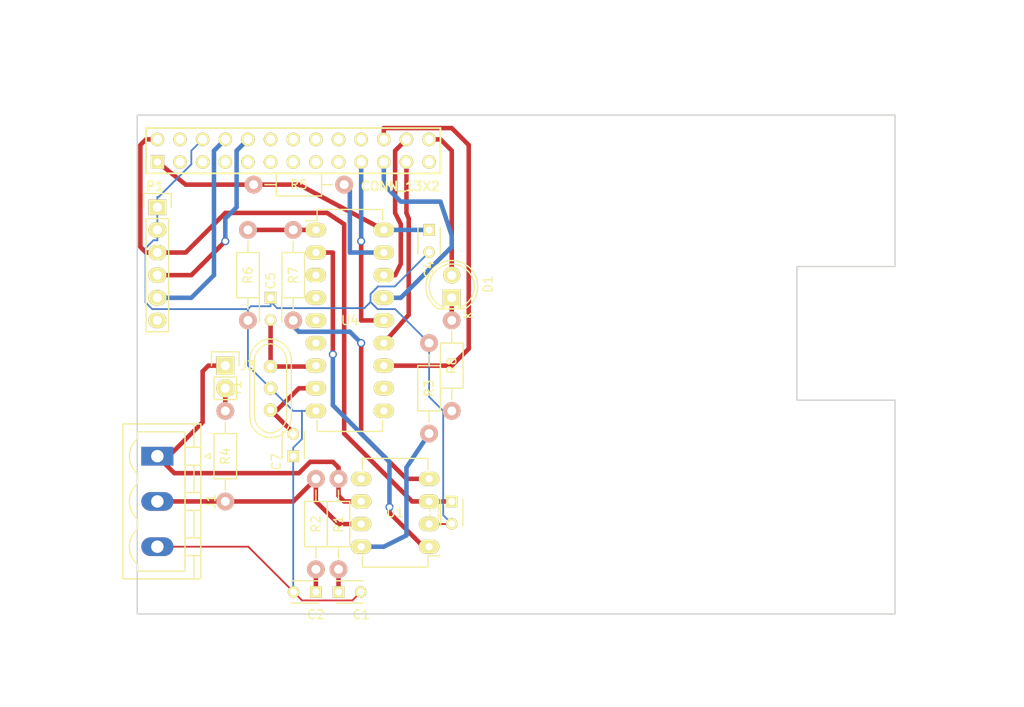
<source format=kicad_pcb>
(kicad_pcb (version 20171130) (host pcbnew "(5.1.12)-1")

  (general
    (thickness 1.6)
    (drawings 41)
    (tracks 172)
    (zones 0)
    (modules 22)
    (nets 48)
  )

  (page A3)
  (title_block
    (date "15 nov 2012")
  )

  (layers
    (0 F.Cu signal)
    (31 B.Cu signal)
    (32 B.Adhes user hide)
    (33 F.Adhes user hide)
    (34 B.Paste user)
    (35 F.Paste user)
    (36 B.SilkS user)
    (37 F.SilkS user)
    (38 B.Mask user)
    (39 F.Mask user)
    (40 Dwgs.User user)
    (41 Cmts.User user)
    (42 Eco1.User user)
    (43 Eco2.User user)
    (44 Edge.Cuts user)
  )

  (setup
    (last_trace_width 0.2)
    (user_trace_width 0.254)
    (user_trace_width 0.508)
    (user_trace_width 0.762)
    (user_trace_width 1.016)
    (user_trace_width 1.27)
    (trace_clearance 0.2)
    (zone_clearance 0.508)
    (zone_45_only no)
    (trace_min 0.1524)
    (via_size 0.9)
    (via_drill 0.6)
    (via_min_size 0.8)
    (via_min_drill 0.5)
    (uvia_size 0.5)
    (uvia_drill 0.1)
    (uvias_allowed no)
    (uvia_min_size 0)
    (uvia_min_drill 0)
    (edge_width 0.15)
    (segment_width 0.2)
    (pcb_text_width 0.3)
    (pcb_text_size 1 1)
    (mod_edge_width 0.15)
    (mod_text_size 1 1)
    (mod_text_width 0.15)
    (pad_size 1 1)
    (pad_drill 0.6)
    (pad_to_mask_clearance 0)
    (aux_axis_origin 143.5 181)
    (grid_origin 145.76 127.73)
    (visible_elements 7FFEEFFF)
    (pcbplotparams
      (layerselection 0x00030_80000001)
      (usegerberextensions true)
      (usegerberattributes true)
      (usegerberadvancedattributes true)
      (creategerberjobfile true)
      (excludeedgelayer true)
      (linewidth 0.150000)
      (plotframeref false)
      (viasonmask false)
      (mode 1)
      (useauxorigin false)
      (hpglpennumber 1)
      (hpglpenspeed 20)
      (hpglpendiameter 15.000000)
      (psnegative false)
      (psa4output false)
      (plotreference true)
      (plotvalue true)
      (plotinvisibletext false)
      (padsonsilk false)
      (subtractmaskfromsilk false)
      (outputformat 1)
      (mirror false)
      (drillshape 1)
      (scaleselection 1)
      (outputdirectory ""))
  )

  (net 0 "")
  (net 1 +3.3V)
  (net 2 +5V)
  (net 3 GND)
  (net 4 "Net-(C1-Pad1)")
  (net 5 "Net-(C2-Pad1)")
  (net 6 "Net-(C5-Pad2)")
  (net 7 "Net-(C7-Pad2)")
  (net 8 "Net-(D1-Pad1)")
  (net 9 "/GPIO7(CE1)")
  (net 10 /CANL)
  (net 11 /CANH)
  (net 12 /RXD)
  (net 13 /TXD)
  (net 14 "Net-(J2-Pad6)")
  (net 15 "Net-(J3-Pad2)")
  (net 16 "/GPIO0(SDA)")
  (net 17 "Net-(P1-Pad4)")
  (net 18 "/GPIO1(SCL)")
  (net 19 /GPIO4)
  (net 20 "Net-(P1-Pad9)")
  (net 21 /GPIO17)
  (net 22 /GPIO18)
  (net 23 /GPIO21)
  (net 24 "Net-(P1-Pad14)")
  (net 25 /GPIO22)
  (net 26 /GPIO23)
  (net 27 "Net-(P1-Pad17)")
  (net 28 /GPIO24)
  (net 29 "/GPIO10(MOSI)")
  (net 30 "Net-(P1-Pad20)")
  (net 31 "/GPIO9(MISO)")
  (net 32 /GPIO25)
  (net 33 "/GPIO11(SCLK)")
  (net 34 "/GPIO8(CE0)")
  (net 35 "Net-(P1-Pad25)")
  (net 36 "Net-(R3-Pad2)")
  (net 37 "Net-(R5-Pad2)")
  (net 38 "Net-(R6-Pad1)")
  (net 39 "Net-(R7-Pad1)")
  (net 40 "Net-(U1-Pad1)")
  (net 41 "Net-(U1-Pad5)")
  (net 42 "Net-(U4-Pad3)")
  (net 43 "Net-(U4-Pad4)")
  (net 44 "Net-(U4-Pad5)")
  (net 45 "Net-(U4-Pad6)")
  (net 46 "Net-(U4-Pad10)")
  (net 47 "Net-(U4-Pad11)")

  (net_class Default "This is the default net class."
    (clearance 0.2)
    (trace_width 0.2)
    (via_dia 0.9)
    (via_drill 0.6)
    (uvia_dia 0.5)
    (uvia_drill 0.1)
    (add_net +3.3V)
    (add_net +5V)
    (add_net /CANH)
    (add_net /CANL)
    (add_net "/GPIO0(SDA)")
    (add_net "/GPIO1(SCL)")
    (add_net "/GPIO10(MOSI)")
    (add_net "/GPIO11(SCLK)")
    (add_net /GPIO17)
    (add_net /GPIO18)
    (add_net /GPIO21)
    (add_net /GPIO22)
    (add_net /GPIO23)
    (add_net /GPIO24)
    (add_net /GPIO25)
    (add_net /GPIO4)
    (add_net "/GPIO7(CE1)")
    (add_net "/GPIO8(CE0)")
    (add_net "/GPIO9(MISO)")
    (add_net /RXD)
    (add_net /TXD)
    (add_net GND)
    (add_net "Net-(C1-Pad1)")
    (add_net "Net-(C2-Pad1)")
    (add_net "Net-(C5-Pad2)")
    (add_net "Net-(C7-Pad2)")
    (add_net "Net-(D1-Pad1)")
    (add_net "Net-(J2-Pad6)")
    (add_net "Net-(J3-Pad2)")
    (add_net "Net-(P1-Pad14)")
    (add_net "Net-(P1-Pad17)")
    (add_net "Net-(P1-Pad20)")
    (add_net "Net-(P1-Pad25)")
    (add_net "Net-(P1-Pad4)")
    (add_net "Net-(P1-Pad9)")
    (add_net "Net-(R3-Pad2)")
    (add_net "Net-(R5-Pad2)")
    (add_net "Net-(R6-Pad1)")
    (add_net "Net-(R7-Pad1)")
    (add_net "Net-(U1-Pad1)")
    (add_net "Net-(U1-Pad5)")
    (add_net "Net-(U4-Pad10)")
    (add_net "Net-(U4-Pad11)")
    (add_net "Net-(U4-Pad3)")
    (add_net "Net-(U4-Pad4)")
    (add_net "Net-(U4-Pad5)")
    (add_net "Net-(U4-Pad6)")
  )

  (net_class Power ""
    (clearance 0.2)
    (trace_width 0.5)
    (via_dia 1)
    (via_drill 0.7)
    (uvia_dia 0.5)
    (uvia_drill 0.1)
  )

  (module pin_array_13x2 locked (layer F.Cu) (tedit 50A55E7A) (tstamp 50A55DA3)
    (at 161 129)
    (descr "Double rangee de contacts 2 x 12 pins")
    (tags CONN)
    (path /50A55ABA)
    (fp_text reference P1 (at -15.5 4) (layer F.SilkS)
      (effects (font (size 1.016 1.016) (thickness 0.2032)))
    )
    (fp_text value CONN_13X2 (at 12 4) (layer F.SilkS)
      (effects (font (size 1.016 1.016) (thickness 0.2032)))
    )
    (fp_line (start -16.51 2.54) (end 16.51 2.54) (layer F.SilkS) (width 0.2032))
    (fp_line (start 16.51 -2.54) (end -16.51 -2.54) (layer F.SilkS) (width 0.2032))
    (fp_line (start -16.51 -2.54) (end -16.51 2.54) (layer F.SilkS) (width 0.2032))
    (fp_line (start 16.51 2.54) (end 16.51 -2.54) (layer F.SilkS) (width 0.2032))
    (pad 1 thru_hole rect (at -15.24 1.27) (size 1.524 1.524) (drill 0.8128) (layers *.Cu *.Mask F.SilkS)
      (net 1 +3.3V))
    (pad 2 thru_hole circle (at -15.24 -1.27) (size 1.524 1.524) (drill 1.016) (layers *.Cu *.Mask F.SilkS)
      (net 2 +5V))
    (pad 3 thru_hole circle (at -12.7 1.27) (size 1.524 1.524) (drill 1.016) (layers *.Cu *.Mask F.SilkS)
      (net 16 "/GPIO0(SDA)"))
    (pad 4 thru_hole circle (at -12.7 -1.27) (size 1.524 1.524) (drill 1.016) (layers *.Cu *.Mask F.SilkS)
      (net 17 "Net-(P1-Pad4)"))
    (pad 5 thru_hole circle (at -10.16 1.27) (size 1.524 1.524) (drill 1.016) (layers *.Cu *.Mask F.SilkS)
      (net 18 "/GPIO1(SCL)"))
    (pad 6 thru_hole circle (at -10.16 -1.27) (size 1.524 1.524) (drill 1.016) (layers *.Cu *.Mask F.SilkS)
      (net 3 GND))
    (pad 7 thru_hole circle (at -7.62 1.27) (size 1.524 1.524) (drill 1.016) (layers *.Cu *.Mask F.SilkS)
      (net 19 /GPIO4))
    (pad 8 thru_hole circle (at -7.62 -1.27) (size 1.524 1.524) (drill 1.016) (layers *.Cu *.Mask F.SilkS)
      (net 13 /TXD))
    (pad 9 thru_hole circle (at -5.08 1.27) (size 1.524 1.524) (drill 1.016) (layers *.Cu *.Mask F.SilkS)
      (net 20 "Net-(P1-Pad9)"))
    (pad 10 thru_hole circle (at -5.08 -1.27) (size 1.524 1.524) (drill 1.016) (layers *.Cu *.Mask F.SilkS)
      (net 12 /RXD))
    (pad 11 thru_hole circle (at -2.54 1.27) (size 1.524 1.524) (drill 1.016) (layers *.Cu *.Mask F.SilkS)
      (net 21 /GPIO17))
    (pad 12 thru_hole circle (at -2.54 -1.27) (size 1.524 1.524) (drill 1.016) (layers *.Cu *.Mask F.SilkS)
      (net 22 /GPIO18))
    (pad 13 thru_hole circle (at 0 1.27) (size 1.524 1.524) (drill 1.016) (layers *.Cu *.Mask F.SilkS)
      (net 23 /GPIO21))
    (pad 14 thru_hole circle (at 0 -1.27) (size 1.524 1.524) (drill 1.016) (layers *.Cu *.Mask F.SilkS)
      (net 24 "Net-(P1-Pad14)"))
    (pad 15 thru_hole circle (at 2.54 1.27) (size 1.524 1.524) (drill 1.016) (layers *.Cu *.Mask F.SilkS)
      (net 25 /GPIO22))
    (pad 16 thru_hole circle (at 2.54 -1.27) (size 1.524 1.524) (drill 1.016) (layers *.Cu *.Mask F.SilkS)
      (net 26 /GPIO23))
    (pad 17 thru_hole circle (at 5.08 1.27) (size 1.524 1.524) (drill 1.016) (layers *.Cu *.Mask F.SilkS)
      (net 27 "Net-(P1-Pad17)"))
    (pad 18 thru_hole circle (at 5.08 -1.27) (size 1.524 1.524) (drill 1.016) (layers *.Cu *.Mask F.SilkS)
      (net 28 /GPIO24))
    (pad 19 thru_hole circle (at 7.62 1.27) (size 1.524 1.524) (drill 1.016) (layers *.Cu *.Mask F.SilkS)
      (net 29 "/GPIO10(MOSI)"))
    (pad 20 thru_hole circle (at 7.62 -1.27) (size 1.524 1.524) (drill 1.016) (layers *.Cu *.Mask F.SilkS)
      (net 30 "Net-(P1-Pad20)"))
    (pad 21 thru_hole circle (at 10.16 1.27) (size 1.524 1.524) (drill 1.016) (layers *.Cu *.Mask F.SilkS)
      (net 31 "/GPIO9(MISO)"))
    (pad 22 thru_hole circle (at 10.16 -1.27) (size 1.524 1.524) (drill 1.016) (layers *.Cu *.Mask F.SilkS)
      (net 32 /GPIO25))
    (pad 23 thru_hole circle (at 12.7 1.27) (size 1.524 1.524) (drill 1.016) (layers *.Cu *.Mask F.SilkS)
      (net 33 "/GPIO11(SCLK)"))
    (pad 24 thru_hole circle (at 12.7 -1.27) (size 1.524 1.524) (drill 1.016) (layers *.Cu *.Mask F.SilkS)
      (net 34 "/GPIO8(CE0)"))
    (pad 25 thru_hole circle (at 15.24 1.27) (size 1.524 1.524) (drill 1.016) (layers *.Cu *.Mask F.SilkS)
      (net 35 "Net-(P1-Pad25)"))
    (pad 26 thru_hole circle (at 15.24 -1.27) (size 1.524 1.524) (drill 1.016) (layers *.Cu *.Mask F.SilkS)
      (net 9 "/GPIO7(CE1)"))
    (model pin_array/pins_array_13x2.wrl
      (at (xyz 0 0 0))
      (scale (xyz 1 1 1))
      (rotate (xyz 0 0 0))
    )
  )

  (module Capacitors_ThroughHole:C_Disc_D3_P2.5 placed (layer F.Cu) (tedit 58BAC5DD) (tstamp 58BA9F9A)
    (at 166.08 178.53)
    (descr "Capacitor 3mm Disc, Pitch 2.5mm")
    (tags Capacitor)
    (path /58BA204E)
    (fp_text reference C1 (at 2.54 2.54) (layer F.SilkS)
      (effects (font (size 1 1) (thickness 0.15)))
    )
    (fp_text value 560pF (at 1.25 2.5) (layer F.Fab)
      (effects (font (size 1 1) (thickness 0.15)))
    )
    (fp_line (start -0.9 -1.5) (end 3.4 -1.5) (layer F.CrtYd) (width 0.05))
    (fp_line (start 3.4 -1.5) (end 3.4 1.5) (layer F.CrtYd) (width 0.05))
    (fp_line (start 3.4 1.5) (end -0.9 1.5) (layer F.CrtYd) (width 0.05))
    (fp_line (start -0.9 1.5) (end -0.9 -1.5) (layer F.CrtYd) (width 0.05))
    (fp_line (start -0.25 -1.25) (end 2.75 -1.25) (layer F.SilkS) (width 0.15))
    (fp_line (start 2.75 1.25) (end -0.25 1.25) (layer F.SilkS) (width 0.15))
    (pad 1 thru_hole rect (at 0 0) (size 1.3 1.3) (drill 0.8) (layers *.Cu *.Mask F.SilkS)
      (net 4 "Net-(C1-Pad1)"))
    (pad 2 thru_hole circle (at 2.5 0) (size 1.3 1.3) (drill 0.8001) (layers *.Cu *.Mask F.SilkS)
      (net 3 GND))
    (model Capacitors_ThroughHole.3dshapes/C_Disc_D3_P2.5.wrl
      (offset (xyz 1.250000021226883 0 0))
      (scale (xyz 1 1 1))
      (rotate (xyz 0 0 0))
    )
  )

  (module Capacitors_ThroughHole:C_Disc_D3_P2.5 placed (layer F.Cu) (tedit 58BAC5D7) (tstamp 58BA9FA0)
    (at 163.54 178.53 180)
    (descr "Capacitor 3mm Disc, Pitch 2.5mm")
    (tags Capacitor)
    (path /58BA1FBE)
    (fp_text reference C2 (at 0 -2.54 180) (layer F.SilkS)
      (effects (font (size 1 1) (thickness 0.15)))
    )
    (fp_text value 560pF (at 1.25 2.5 180) (layer F.Fab)
      (effects (font (size 1 1) (thickness 0.15)))
    )
    (fp_line (start -0.9 -1.5) (end 3.4 -1.5) (layer F.CrtYd) (width 0.05))
    (fp_line (start 3.4 -1.5) (end 3.4 1.5) (layer F.CrtYd) (width 0.05))
    (fp_line (start 3.4 1.5) (end -0.9 1.5) (layer F.CrtYd) (width 0.05))
    (fp_line (start -0.9 1.5) (end -0.9 -1.5) (layer F.CrtYd) (width 0.05))
    (fp_line (start -0.25 -1.25) (end 2.75 -1.25) (layer F.SilkS) (width 0.15))
    (fp_line (start 2.75 1.25) (end -0.25 1.25) (layer F.SilkS) (width 0.15))
    (pad 1 thru_hole rect (at 0 0 180) (size 1.3 1.3) (drill 0.8) (layers *.Cu *.Mask F.SilkS)
      (net 5 "Net-(C2-Pad1)"))
    (pad 2 thru_hole circle (at 2.5 0 180) (size 1.3 1.3) (drill 0.8001) (layers *.Cu *.Mask F.SilkS)
      (net 3 GND))
    (model Capacitors_ThroughHole.3dshapes/C_Disc_D3_P2.5.wrl
      (offset (xyz 1.250000021226883 0 0))
      (scale (xyz 1 1 1))
      (rotate (xyz 0 0 0))
    )
  )

  (module Capacitors_ThroughHole:C_Disc_D3_P2.5 placed (layer F.Cu) (tedit 58BAC5FD) (tstamp 58BA9FA6)
    (at 178.78 168.37 270)
    (descr "Capacitor 3mm Disc, Pitch 2.5mm")
    (tags Capacitor)
    (path /58BA1693)
    (fp_text reference C3 (at 1.27 1.905 270) (layer F.SilkS)
      (effects (font (size 1 1) (thickness 0.15)))
    )
    (fp_text value 0.1μF (at 1.25 2.5 270) (layer F.Fab)
      (effects (font (size 1 1) (thickness 0.15)))
    )
    (fp_line (start -0.9 -1.5) (end 3.4 -1.5) (layer F.CrtYd) (width 0.05))
    (fp_line (start 3.4 -1.5) (end 3.4 1.5) (layer F.CrtYd) (width 0.05))
    (fp_line (start 3.4 1.5) (end -0.9 1.5) (layer F.CrtYd) (width 0.05))
    (fp_line (start -0.9 1.5) (end -0.9 -1.5) (layer F.CrtYd) (width 0.05))
    (fp_line (start -0.25 -1.25) (end 2.75 -1.25) (layer F.SilkS) (width 0.15))
    (fp_line (start 2.75 1.25) (end -0.25 1.25) (layer F.SilkS) (width 0.15))
    (pad 1 thru_hole rect (at 0 0 270) (size 1.3 1.3) (drill 0.8) (layers *.Cu *.Mask F.SilkS)
      (net 2 +5V))
    (pad 2 thru_hole circle (at 2.5 0 270) (size 1.3 1.3) (drill 0.8001) (layers *.Cu *.Mask F.SilkS)
      (net 3 GND))
    (model Capacitors_ThroughHole.3dshapes/C_Disc_D3_P2.5.wrl
      (offset (xyz 1.250000021226883 0 0))
      (scale (xyz 1 1 1))
      (rotate (xyz 0 0 0))
    )
  )

  (module Capacitors_ThroughHole:C_Disc_D3_P2.5 placed (layer F.Cu) (tedit 58BAC57E) (tstamp 58BA9FAC)
    (at 176.24 137.89 270)
    (descr "Capacitor 3mm Disc, Pitch 2.5mm")
    (tags Capacitor)
    (path /58BA000F)
    (fp_text reference C4 (at 4.445 0 270) (layer F.SilkS)
      (effects (font (size 1 1) (thickness 0.15)))
    )
    (fp_text value 0.1μF (at 1.25 2.5 270) (layer F.Fab)
      (effects (font (size 1 1) (thickness 0.15)))
    )
    (fp_line (start -0.9 -1.5) (end 3.4 -1.5) (layer F.CrtYd) (width 0.05))
    (fp_line (start 3.4 -1.5) (end 3.4 1.5) (layer F.CrtYd) (width 0.05))
    (fp_line (start 3.4 1.5) (end -0.9 1.5) (layer F.CrtYd) (width 0.05))
    (fp_line (start -0.9 1.5) (end -0.9 -1.5) (layer F.CrtYd) (width 0.05))
    (fp_line (start -0.25 -1.25) (end 2.75 -1.25) (layer F.SilkS) (width 0.15))
    (fp_line (start 2.75 1.25) (end -0.25 1.25) (layer F.SilkS) (width 0.15))
    (pad 1 thru_hole rect (at 0 0 270) (size 1.3 1.3) (drill 0.8) (layers *.Cu *.Mask F.SilkS)
      (net 1 +3.3V))
    (pad 2 thru_hole circle (at 2.5 0 270) (size 1.3 1.3) (drill 0.8001) (layers *.Cu *.Mask F.SilkS)
      (net 3 GND))
    (model Capacitors_ThroughHole.3dshapes/C_Disc_D3_P2.5.wrl
      (offset (xyz 1.250000021226883 0 0))
      (scale (xyz 1 1 1))
      (rotate (xyz 0 0 0))
    )
  )

  (module Capacitors_ThroughHole:C_Disc_D3_P2.5 placed (layer F.Cu) (tedit 58BAC5B4) (tstamp 58BA9FB2)
    (at 158.46 145.51 270)
    (descr "Capacitor 3mm Disc, Pitch 2.5mm")
    (tags Capacitor)
    (path /58BA0567)
    (fp_text reference C5 (at -1.905 0 270) (layer F.SilkS)
      (effects (font (size 1 1) (thickness 0.15)))
    )
    (fp_text value 22pF (at 1.25 2.5 270) (layer F.Fab)
      (effects (font (size 1 1) (thickness 0.15)))
    )
    (fp_line (start -0.9 -1.5) (end 3.4 -1.5) (layer F.CrtYd) (width 0.05))
    (fp_line (start 3.4 -1.5) (end 3.4 1.5) (layer F.CrtYd) (width 0.05))
    (fp_line (start 3.4 1.5) (end -0.9 1.5) (layer F.CrtYd) (width 0.05))
    (fp_line (start -0.9 1.5) (end -0.9 -1.5) (layer F.CrtYd) (width 0.05))
    (fp_line (start -0.25 -1.25) (end 2.75 -1.25) (layer F.SilkS) (width 0.15))
    (fp_line (start 2.75 1.25) (end -0.25 1.25) (layer F.SilkS) (width 0.15))
    (pad 1 thru_hole rect (at 0 0 270) (size 1.3 1.3) (drill 0.8) (layers *.Cu *.Mask F.SilkS)
      (net 3 GND))
    (pad 2 thru_hole circle (at 2.5 0 270) (size 1.3 1.3) (drill 0.8001) (layers *.Cu *.Mask F.SilkS)
      (net 6 "Net-(C5-Pad2)"))
    (model Capacitors_ThroughHole.3dshapes/C_Disc_D3_P2.5.wrl
      (offset (xyz 1.250000021226883 0 0))
      (scale (xyz 1 1 1))
      (rotate (xyz 0 0 0))
    )
  )

  (module Capacitors_ThroughHole:C_Disc_D3_P2.5 placed (layer F.Cu) (tedit 58BAC5C9) (tstamp 58BA9FB8)
    (at 161 163.29 90)
    (descr "Capacitor 3mm Disc, Pitch 2.5mm")
    (tags Capacitor)
    (path /58BA05DB)
    (fp_text reference C7 (at -0.635 -1.905 90) (layer F.SilkS)
      (effects (font (size 1 1) (thickness 0.15)))
    )
    (fp_text value 22pF (at 1.25 2.5 90) (layer F.Fab)
      (effects (font (size 1 1) (thickness 0.15)))
    )
    (fp_line (start -0.9 -1.5) (end 3.4 -1.5) (layer F.CrtYd) (width 0.05))
    (fp_line (start 3.4 -1.5) (end 3.4 1.5) (layer F.CrtYd) (width 0.05))
    (fp_line (start 3.4 1.5) (end -0.9 1.5) (layer F.CrtYd) (width 0.05))
    (fp_line (start -0.9 1.5) (end -0.9 -1.5) (layer F.CrtYd) (width 0.05))
    (fp_line (start -0.25 -1.25) (end 2.75 -1.25) (layer F.SilkS) (width 0.15))
    (fp_line (start 2.75 1.25) (end -0.25 1.25) (layer F.SilkS) (width 0.15))
    (pad 1 thru_hole rect (at 0 0 90) (size 1.3 1.3) (drill 0.8) (layers *.Cu *.Mask F.SilkS)
      (net 3 GND))
    (pad 2 thru_hole circle (at 2.5 0 90) (size 1.3 1.3) (drill 0.8001) (layers *.Cu *.Mask F.SilkS)
      (net 7 "Net-(C7-Pad2)"))
    (model Capacitors_ThroughHole.3dshapes/C_Disc_D3_P2.5.wrl
      (offset (xyz 1.250000021226883 0 0))
      (scale (xyz 1 1 1))
      (rotate (xyz 0 0 0))
    )
  )

  (module LEDs:LED-5MM placed (layer F.Cu) (tedit 5570F7EA) (tstamp 58BA9FBE)
    (at 178.78 145.51 90)
    (descr "LED 5mm round vertical")
    (tags "LED 5mm round vertical")
    (path /58B9E10F)
    (fp_text reference D1 (at 1.524 4.064 90) (layer F.SilkS)
      (effects (font (size 1 1) (thickness 0.15)))
    )
    (fp_text value LED (at 1.524 -3.937 90) (layer F.Fab)
      (effects (font (size 1 1) (thickness 0.15)))
    )
    (fp_line (start -1.5 -1.55) (end -1.5 1.55) (layer F.CrtYd) (width 0.05))
    (fp_line (start -1.23 1.5) (end -1.23 -1.5) (layer F.SilkS) (width 0.15))
    (fp_circle (center 1.27 0) (end 0.97 -2.5) (layer F.SilkS) (width 0.15))
    (fp_text user K (at -1.905 1.905 90) (layer F.SilkS)
      (effects (font (size 1 1) (thickness 0.15)))
    )
    (fp_arc (start 1.3 0) (end -1.5 1.55) (angle -302) (layer F.CrtYd) (width 0.05))
    (fp_arc (start 1.27 0) (end -1.23 -1.5) (angle 297.5) (layer F.SilkS) (width 0.15))
    (pad 1 thru_hole rect (at 0 0 180) (size 2 1.9) (drill 1.00076) (layers *.Cu *.Mask F.SilkS)
      (net 8 "Net-(D1-Pad1)"))
    (pad 2 thru_hole circle (at 2.54 0 90) (size 1.9 1.9) (drill 1.00076) (layers *.Cu *.Mask F.SilkS)
      (net 9 "/GPIO7(CE1)"))
    (model LEDs.3dshapes/LED-5MM.wrl
      (offset (xyz 1.269999980926514 0 0))
      (scale (xyz 1 1 1))
      (rotate (xyz 0 0 90))
    )
  )

  (module Connectors_Phoenix:PhoenixContact_MSTBVA-G_03x5.08mm_Vertical placed (layer F.Cu) (tedit 5797DB0C) (tstamp 58BA9FC5)
    (at 145.76 163.29 270)
    (descr "Generic Phoenix Contact connector footprint for series: MSTBVA-G; number of pins: 03; pin pitch: 5.08mm; Vertical || order number: 1924318 16A (HC) || order number: 1755749 12A")
    (tags "phoenix_contact connector MSTBVA_01x03_G_5.08mm")
    (path /58BA2E44)
    (fp_text reference J1 (at 5.08 -6 270) (layer F.SilkS)
      (effects (font (size 1 1) (thickness 0.15)))
    )
    (fp_text value CANBUS (at 5.08 5.3 270) (layer F.Fab)
      (effects (font (size 1 1) (thickness 0.15)))
    )
    (fp_line (start -3.62 -4.88) (end -3.62 3.88) (layer F.SilkS) (width 0.15))
    (fp_line (start -3.62 3.88) (end 13.78 3.88) (layer F.SilkS) (width 0.15))
    (fp_line (start 13.78 3.88) (end 13.78 -4.88) (layer F.SilkS) (width 0.15))
    (fp_line (start 13.78 -4.88) (end -3.62 -4.88) (layer F.SilkS) (width 0.15))
    (fp_line (start -3.62 -4.1) (end -1.08 -4.1) (layer F.SilkS) (width 0.15))
    (fp_line (start 13.78 -4.1) (end 11.24 -4.1) (layer F.SilkS) (width 0.15))
    (fp_line (start 1 -4.1) (end 4.08 -4.1) (layer F.SilkS) (width 0.15))
    (fp_line (start 6.08 -4.1) (end 9.16 -4.1) (layer F.SilkS) (width 0.15))
    (fp_line (start -1 -3.1) (end -1 -4.88) (layer F.SilkS) (width 0.15))
    (fp_line (start -1 -4.88) (end 1 -4.88) (layer F.SilkS) (width 0.15))
    (fp_line (start 1 -4.88) (end 1 -3.1) (layer F.SilkS) (width 0.15))
    (fp_line (start 1 -3.1) (end -1 -3.1) (layer F.SilkS) (width 0.15))
    (fp_line (start 4.08 -3.1) (end 4.08 -4.88) (layer F.SilkS) (width 0.15))
    (fp_line (start 4.08 -4.88) (end 6.08 -4.88) (layer F.SilkS) (width 0.15))
    (fp_line (start 6.08 -4.88) (end 6.08 -3.1) (layer F.SilkS) (width 0.15))
    (fp_line (start 6.08 -3.1) (end 4.08 -3.1) (layer F.SilkS) (width 0.15))
    (fp_line (start 9.16 -3.1) (end 9.16 -4.88) (layer F.SilkS) (width 0.15))
    (fp_line (start 9.16 -4.88) (end 11.16 -4.88) (layer F.SilkS) (width 0.15))
    (fp_line (start 11.16 -4.88) (end 11.16 -3.1) (layer F.SilkS) (width 0.15))
    (fp_line (start 11.16 -3.1) (end 9.16 -3.1) (layer F.SilkS) (width 0.15))
    (fp_line (start 2 2.2) (end 3.08 2.2) (layer F.SilkS) (width 0.15))
    (fp_line (start 7.08 2.2) (end 8.16 2.2) (layer F.SilkS) (width 0.15))
    (fp_line (start -2 2.2) (end -2.74 2.2) (layer F.SilkS) (width 0.15))
    (fp_line (start -2.74 2.2) (end -2.74 -3.1) (layer F.SilkS) (width 0.15))
    (fp_line (start -2.74 -3.1) (end 12.9 -3.1) (layer F.SilkS) (width 0.15))
    (fp_line (start 12.9 -3.1) (end 12.9 2.2) (layer F.SilkS) (width 0.15))
    (fp_line (start 12.9 2.2) (end 12.16 2.2) (layer F.SilkS) (width 0.15))
    (fp_line (start -4.05 -5.3) (end -4.05 4.3) (layer F.CrtYd) (width 0.05))
    (fp_line (start -4.05 4.3) (end 14.2 4.3) (layer F.CrtYd) (width 0.05))
    (fp_line (start 14.2 4.3) (end 14.2 -5.3) (layer F.CrtYd) (width 0.05))
    (fp_line (start 14.2 -5.3) (end -4.05 -5.3) (layer F.CrtYd) (width 0.05))
    (fp_line (start 0 -5.3) (end 0.3 -5.9) (layer F.SilkS) (width 0.15))
    (fp_line (start 0.3 -5.9) (end -0.3 -5.9) (layer F.SilkS) (width 0.15))
    (fp_line (start -0.3 -5.9) (end 0 -5.3) (layer F.SilkS) (width 0.15))
    (fp_arc (start 0 0.55) (end -2 2.2) (angle -100.5) (layer F.SilkS) (width 0.15))
    (fp_arc (start 5.08 0.55) (end 3.08 2.2) (angle -100.5) (layer F.SilkS) (width 0.15))
    (fp_arc (start 10.16 0.55) (end 8.16 2.2) (angle -100.5) (layer F.SilkS) (width 0.15))
    (pad 1 thru_hole rect (at 0 0 270) (size 2.1 3.6) (drill 1.4) (layers *.Cu *.Mask)
      (net 10 /CANL))
    (pad 2 thru_hole oval (at 5.08 0 270) (size 2.1 3.6) (drill 1.4) (layers *.Cu *.Mask)
      (net 11 /CANH))
    (pad 3 thru_hole oval (at 10.16 0 270) (size 2.1 3.6) (drill 1.4) (layers *.Cu *.Mask)
      (net 3 GND))
    (model Connectors_Phoenix.3dshapes/PhoenixContact_MSTBVA-G_03x5.08mm_Vertical.wrl
      (at (xyz 0 0 0))
      (scale (xyz 1 1 1))
      (rotate (xyz 0 0 0))
    )
  )

  (module Pin_Headers:Pin_Header_Straight_1x06 placed (layer F.Cu) (tedit 0) (tstamp 58BA9FCF)
    (at 145.76 135.35)
    (descr "Through hole pin header")
    (tags "pin header")
    (path /58B9E2E3)
    (fp_text reference J2 (at 0 -5.1) (layer F.SilkS)
      (effects (font (size 1 1) (thickness 0.15)))
    )
    (fp_text value TTL_SERIAL (at 0 -3.1) (layer F.Fab)
      (effects (font (size 1 1) (thickness 0.15)))
    )
    (fp_line (start -1.75 -1.75) (end -1.75 14.45) (layer F.CrtYd) (width 0.05))
    (fp_line (start 1.75 -1.75) (end 1.75 14.45) (layer F.CrtYd) (width 0.05))
    (fp_line (start -1.75 -1.75) (end 1.75 -1.75) (layer F.CrtYd) (width 0.05))
    (fp_line (start -1.75 14.45) (end 1.75 14.45) (layer F.CrtYd) (width 0.05))
    (fp_line (start 1.27 1.27) (end 1.27 13.97) (layer F.SilkS) (width 0.15))
    (fp_line (start 1.27 13.97) (end -1.27 13.97) (layer F.SilkS) (width 0.15))
    (fp_line (start -1.27 13.97) (end -1.27 1.27) (layer F.SilkS) (width 0.15))
    (fp_line (start 1.55 -1.55) (end 1.55 0) (layer F.SilkS) (width 0.15))
    (fp_line (start 1.27 1.27) (end -1.27 1.27) (layer F.SilkS) (width 0.15))
    (fp_line (start -1.55 0) (end -1.55 -1.55) (layer F.SilkS) (width 0.15))
    (fp_line (start -1.55 -1.55) (end 1.55 -1.55) (layer F.SilkS) (width 0.15))
    (pad 1 thru_hole rect (at 0 0) (size 2.032 1.7272) (drill 1.016) (layers *.Cu *.Mask F.SilkS)
      (net 3 GND))
    (pad 2 thru_hole oval (at 0 2.54) (size 2.032 1.7272) (drill 1.016) (layers *.Cu *.Mask F.SilkS)
      (net 3 GND))
    (pad 3 thru_hole oval (at 0 5.08) (size 2.032 1.7272) (drill 1.016) (layers *.Cu *.Mask F.SilkS)
      (net 2 +5V))
    (pad 4 thru_hole oval (at 0 7.62) (size 2.032 1.7272) (drill 1.016) (layers *.Cu *.Mask F.SilkS)
      (net 12 /RXD))
    (pad 5 thru_hole oval (at 0 10.16) (size 2.032 1.7272) (drill 1.016) (layers *.Cu *.Mask F.SilkS)
      (net 13 /TXD))
    (pad 6 thru_hole oval (at 0 12.7) (size 2.032 1.7272) (drill 1.016) (layers *.Cu *.Mask F.SilkS)
      (net 14 "Net-(J2-Pad6)"))
    (model Pin_Headers.3dshapes/Pin_Header_Straight_1x06.wrl
      (offset (xyz 0 -6.349999904632568 0))
      (scale (xyz 1 1 1))
      (rotate (xyz 0 0 90))
    )
  )

  (module Pin_Headers:Pin_Header_Straight_1x02 placed (layer F.Cu) (tedit 58BAC5BD) (tstamp 58BA9FD5)
    (at 153.38 153.13)
    (descr "Through hole pin header")
    (tags "pin header")
    (path /58BA2B1E)
    (fp_text reference J3 (at 2.54 0) (layer F.SilkS)
      (effects (font (size 1 1) (thickness 0.15)))
    )
    (fp_text value TERMINATE (at 0 -3.1) (layer F.Fab)
      (effects (font (size 1 1) (thickness 0.15)))
    )
    (fp_line (start 1.27 1.27) (end 1.27 3.81) (layer F.SilkS) (width 0.15))
    (fp_line (start 1.55 -1.55) (end 1.55 0) (layer F.SilkS) (width 0.15))
    (fp_line (start -1.75 -1.75) (end -1.75 4.3) (layer F.CrtYd) (width 0.05))
    (fp_line (start 1.75 -1.75) (end 1.75 4.3) (layer F.CrtYd) (width 0.05))
    (fp_line (start -1.75 -1.75) (end 1.75 -1.75) (layer F.CrtYd) (width 0.05))
    (fp_line (start -1.75 4.3) (end 1.75 4.3) (layer F.CrtYd) (width 0.05))
    (fp_line (start 1.27 1.27) (end -1.27 1.27) (layer F.SilkS) (width 0.15))
    (fp_line (start -1.55 0) (end -1.55 -1.55) (layer F.SilkS) (width 0.15))
    (fp_line (start -1.55 -1.55) (end 1.55 -1.55) (layer F.SilkS) (width 0.15))
    (fp_line (start -1.27 1.27) (end -1.27 3.81) (layer F.SilkS) (width 0.15))
    (fp_line (start -1.27 3.81) (end 1.27 3.81) (layer F.SilkS) (width 0.15))
    (pad 1 thru_hole rect (at 0 0) (size 2.032 2.032) (drill 1.016) (layers *.Cu *.Mask F.SilkS)
      (net 10 /CANL))
    (pad 2 thru_hole oval (at 0 2.54) (size 2.032 2.032) (drill 1.016) (layers *.Cu *.Mask F.SilkS)
      (net 15 "Net-(J3-Pad2)"))
    (model Pin_Headers.3dshapes/Pin_Header_Straight_1x02.wrl
      (offset (xyz 0 -1.269999980926514 0))
      (scale (xyz 1 1 1))
      (rotate (xyz 0 0 90))
    )
  )

  (module Resistors_ThroughHole:Resistor_Horizontal_RM10mm placed (layer F.Cu) (tedit 58BAC384) (tstamp 58BA9FDB)
    (at 166.08 165.83 270)
    (descr "Resistor, Axial,  RM 10mm, 1/3W")
    (tags "Resistor Axial RM 10mm 1/3W")
    (path /58BA1E7C)
    (fp_text reference R1 (at 5.08 0 270) (layer F.SilkS)
      (effects (font (size 1 1) (thickness 0.15)))
    )
    (fp_text value 100Ω (at 5.08 3.81 270) (layer F.Fab)
      (effects (font (size 1 1) (thickness 0.15)))
    )
    (fp_line (start -1.25 -1.5) (end 11.4 -1.5) (layer F.CrtYd) (width 0.05))
    (fp_line (start -1.25 1.5) (end -1.25 -1.5) (layer F.CrtYd) (width 0.05))
    (fp_line (start 11.4 -1.5) (end 11.4 1.5) (layer F.CrtYd) (width 0.05))
    (fp_line (start -1.25 1.5) (end 11.4 1.5) (layer F.CrtYd) (width 0.05))
    (fp_line (start 2.54 -1.27) (end 7.62 -1.27) (layer F.SilkS) (width 0.15))
    (fp_line (start 7.62 -1.27) (end 7.62 1.27) (layer F.SilkS) (width 0.15))
    (fp_line (start 7.62 1.27) (end 2.54 1.27) (layer F.SilkS) (width 0.15))
    (fp_line (start 2.54 1.27) (end 2.54 -1.27) (layer F.SilkS) (width 0.15))
    (fp_line (start 2.54 0) (end 1.27 0) (layer F.SilkS) (width 0.15))
    (fp_line (start 7.62 0) (end 8.89 0) (layer F.SilkS) (width 0.15))
    (pad 1 thru_hole circle (at 0 0 270) (size 1.99898 1.99898) (drill 1.00076) (layers *.Cu *.SilkS *.Mask)
      (net 10 /CANL))
    (pad 2 thru_hole circle (at 10.16 0 270) (size 1.99898 1.99898) (drill 1.00076) (layers *.Cu *.SilkS *.Mask)
      (net 4 "Net-(C1-Pad1)"))
    (model Resistors_ThroughHole.3dshapes/Resistor_Horizontal_RM10mm.wrl
      (offset (xyz 5.079999923706055 0 0))
      (scale (xyz 0.4 0.4 0.4))
      (rotate (xyz 0 0 0))
    )
  )

  (module Resistors_ThroughHole:Resistor_Horizontal_RM10mm placed (layer F.Cu) (tedit 58BAC38E) (tstamp 58BA9FE1)
    (at 163.54 165.83 270)
    (descr "Resistor, Axial,  RM 10mm, 1/3W")
    (tags "Resistor Axial RM 10mm 1/3W")
    (path /58BA1F70)
    (fp_text reference R2 (at 5.08 0 270) (layer F.SilkS)
      (effects (font (size 1 1) (thickness 0.15)))
    )
    (fp_text value 100Ω (at 5.08 3.81 270) (layer F.Fab)
      (effects (font (size 1 1) (thickness 0.15)))
    )
    (fp_line (start -1.25 -1.5) (end 11.4 -1.5) (layer F.CrtYd) (width 0.05))
    (fp_line (start -1.25 1.5) (end -1.25 -1.5) (layer F.CrtYd) (width 0.05))
    (fp_line (start 11.4 -1.5) (end 11.4 1.5) (layer F.CrtYd) (width 0.05))
    (fp_line (start -1.25 1.5) (end 11.4 1.5) (layer F.CrtYd) (width 0.05))
    (fp_line (start 2.54 -1.27) (end 7.62 -1.27) (layer F.SilkS) (width 0.15))
    (fp_line (start 7.62 -1.27) (end 7.62 1.27) (layer F.SilkS) (width 0.15))
    (fp_line (start 7.62 1.27) (end 2.54 1.27) (layer F.SilkS) (width 0.15))
    (fp_line (start 2.54 1.27) (end 2.54 -1.27) (layer F.SilkS) (width 0.15))
    (fp_line (start 2.54 0) (end 1.27 0) (layer F.SilkS) (width 0.15))
    (fp_line (start 7.62 0) (end 8.89 0) (layer F.SilkS) (width 0.15))
    (pad 1 thru_hole circle (at 0 0 270) (size 1.99898 1.99898) (drill 1.00076) (layers *.Cu *.SilkS *.Mask)
      (net 11 /CANH))
    (pad 2 thru_hole circle (at 10.16 0 270) (size 1.99898 1.99898) (drill 1.00076) (layers *.Cu *.SilkS *.Mask)
      (net 5 "Net-(C2-Pad1)"))
    (model Resistors_ThroughHole.3dshapes/Resistor_Horizontal_RM10mm.wrl
      (offset (xyz 5.079999923706055 0 0))
      (scale (xyz 0.4 0.4 0.4))
      (rotate (xyz 0 0 0))
    )
  )

  (module Resistors_ThroughHole:Resistor_Horizontal_RM10mm placed (layer F.Cu) (tedit 58BAC393) (tstamp 58BA9FE7)
    (at 176.24 150.59 270)
    (descr "Resistor, Axial,  RM 10mm, 1/3W")
    (tags "Resistor Axial RM 10mm 1/3W")
    (path /58BA1CB2)
    (fp_text reference R3 (at 5.08 0 270) (layer F.SilkS)
      (effects (font (size 1 1) (thickness 0.15)))
    )
    (fp_text value 4K7Ω (at 5.08 3.81 270) (layer F.Fab)
      (effects (font (size 1 1) (thickness 0.15)))
    )
    (fp_line (start -1.25 -1.5) (end 11.4 -1.5) (layer F.CrtYd) (width 0.05))
    (fp_line (start -1.25 1.5) (end -1.25 -1.5) (layer F.CrtYd) (width 0.05))
    (fp_line (start 11.4 -1.5) (end 11.4 1.5) (layer F.CrtYd) (width 0.05))
    (fp_line (start -1.25 1.5) (end 11.4 1.5) (layer F.CrtYd) (width 0.05))
    (fp_line (start 2.54 -1.27) (end 7.62 -1.27) (layer F.SilkS) (width 0.15))
    (fp_line (start 7.62 -1.27) (end 7.62 1.27) (layer F.SilkS) (width 0.15))
    (fp_line (start 7.62 1.27) (end 2.54 1.27) (layer F.SilkS) (width 0.15))
    (fp_line (start 2.54 1.27) (end 2.54 -1.27) (layer F.SilkS) (width 0.15))
    (fp_line (start 2.54 0) (end 1.27 0) (layer F.SilkS) (width 0.15))
    (fp_line (start 7.62 0) (end 8.89 0) (layer F.SilkS) (width 0.15))
    (pad 1 thru_hole circle (at 0 0 270) (size 1.99898 1.99898) (drill 1.00076) (layers *.Cu *.SilkS *.Mask)
      (net 3 GND))
    (pad 2 thru_hole circle (at 10.16 0 270) (size 1.99898 1.99898) (drill 1.00076) (layers *.Cu *.SilkS *.Mask)
      (net 36 "Net-(R3-Pad2)"))
    (model Resistors_ThroughHole.3dshapes/Resistor_Horizontal_RM10mm.wrl
      (offset (xyz 5.079999923706055 0 0))
      (scale (xyz 0.4 0.4 0.4))
      (rotate (xyz 0 0 0))
    )
  )

  (module Resistors_ThroughHole:Resistor_Horizontal_RM10mm placed (layer F.Cu) (tedit 58BAC5C2) (tstamp 58BA9FED)
    (at 153.38 168.37 90)
    (descr "Resistor, Axial,  RM 10mm, 1/3W")
    (tags "Resistor Axial RM 10mm 1/3W")
    (path /58BA226F)
    (fp_text reference R4 (at 5.08 0 90) (layer F.SilkS)
      (effects (font (size 1 1) (thickness 0.15)))
    )
    (fp_text value 120Ω (at 5.08 3.81 90) (layer F.Fab)
      (effects (font (size 1 1) (thickness 0.15)))
    )
    (fp_line (start -1.25 -1.5) (end 11.4 -1.5) (layer F.CrtYd) (width 0.05))
    (fp_line (start -1.25 1.5) (end -1.25 -1.5) (layer F.CrtYd) (width 0.05))
    (fp_line (start 11.4 -1.5) (end 11.4 1.5) (layer F.CrtYd) (width 0.05))
    (fp_line (start -1.25 1.5) (end 11.4 1.5) (layer F.CrtYd) (width 0.05))
    (fp_line (start 2.54 -1.27) (end 7.62 -1.27) (layer F.SilkS) (width 0.15))
    (fp_line (start 7.62 -1.27) (end 7.62 1.27) (layer F.SilkS) (width 0.15))
    (fp_line (start 7.62 1.27) (end 2.54 1.27) (layer F.SilkS) (width 0.15))
    (fp_line (start 2.54 1.27) (end 2.54 -1.27) (layer F.SilkS) (width 0.15))
    (fp_line (start 2.54 0) (end 1.27 0) (layer F.SilkS) (width 0.15))
    (fp_line (start 7.62 0) (end 8.89 0) (layer F.SilkS) (width 0.15))
    (pad 1 thru_hole circle (at 0 0 90) (size 1.99898 1.99898) (drill 1.00076) (layers *.Cu *.SilkS *.Mask)
      (net 11 /CANH))
    (pad 2 thru_hole circle (at 10.16 0 90) (size 1.99898 1.99898) (drill 1.00076) (layers *.Cu *.SilkS *.Mask)
      (net 15 "Net-(J3-Pad2)"))
    (model Resistors_ThroughHole.3dshapes/Resistor_Horizontal_RM10mm.wrl
      (offset (xyz 5.079999923706055 0 0))
      (scale (xyz 0.4 0.4 0.4))
      (rotate (xyz 0 0 0))
    )
  )

  (module Resistors_ThroughHole:Resistor_Horizontal_RM10mm placed (layer F.Cu) (tedit 58BAC58D) (tstamp 58BA9FF3)
    (at 156.555 132.81)
    (descr "Resistor, Axial,  RM 10mm, 1/3W")
    (tags "Resistor Axial RM 10mm 1/3W")
    (path /58B9F9D1)
    (fp_text reference R5 (at 5.08 0) (layer F.SilkS)
      (effects (font (size 1 1) (thickness 0.15)))
    )
    (fp_text value 4K7Ω (at 5.08 3.81) (layer F.Fab)
      (effects (font (size 1 1) (thickness 0.15)))
    )
    (fp_line (start -1.25 -1.5) (end 11.4 -1.5) (layer F.CrtYd) (width 0.05))
    (fp_line (start -1.25 1.5) (end -1.25 -1.5) (layer F.CrtYd) (width 0.05))
    (fp_line (start 11.4 -1.5) (end 11.4 1.5) (layer F.CrtYd) (width 0.05))
    (fp_line (start -1.25 1.5) (end 11.4 1.5) (layer F.CrtYd) (width 0.05))
    (fp_line (start 2.54 -1.27) (end 7.62 -1.27) (layer F.SilkS) (width 0.15))
    (fp_line (start 7.62 -1.27) (end 7.62 1.27) (layer F.SilkS) (width 0.15))
    (fp_line (start 7.62 1.27) (end 2.54 1.27) (layer F.SilkS) (width 0.15))
    (fp_line (start 2.54 1.27) (end 2.54 -1.27) (layer F.SilkS) (width 0.15))
    (fp_line (start 2.54 0) (end 1.27 0) (layer F.SilkS) (width 0.15))
    (fp_line (start 7.62 0) (end 8.89 0) (layer F.SilkS) (width 0.15))
    (pad 1 thru_hole circle (at 0 0) (size 1.99898 1.99898) (drill 1.00076) (layers *.Cu *.SilkS *.Mask)
      (net 1 +3.3V))
    (pad 2 thru_hole circle (at 10.16 0) (size 1.99898 1.99898) (drill 1.00076) (layers *.Cu *.SilkS *.Mask)
      (net 37 "Net-(R5-Pad2)"))
    (model Resistors_ThroughHole.3dshapes/Resistor_Horizontal_RM10mm.wrl
      (offset (xyz 5.079999923706055 0 0))
      (scale (xyz 0.4 0.4 0.4))
      (rotate (xyz 0 0 0))
    )
  )

  (module Resistors_ThroughHole:Resistor_Horizontal_RM10mm placed (layer F.Cu) (tedit 58BAC5AE) (tstamp 58BA9FF9)
    (at 155.92 137.89 270)
    (descr "Resistor, Axial,  RM 10mm, 1/3W")
    (tags "Resistor Axial RM 10mm 1/3W")
    (path /58B9F818)
    (fp_text reference R6 (at 5.08 0 270) (layer F.SilkS)
      (effects (font (size 1 1) (thickness 0.15)))
    )
    (fp_text value 18KΩ (at 5.08 3.81 270) (layer F.Fab)
      (effects (font (size 1 1) (thickness 0.15)))
    )
    (fp_line (start -1.25 -1.5) (end 11.4 -1.5) (layer F.CrtYd) (width 0.05))
    (fp_line (start -1.25 1.5) (end -1.25 -1.5) (layer F.CrtYd) (width 0.05))
    (fp_line (start 11.4 -1.5) (end 11.4 1.5) (layer F.CrtYd) (width 0.05))
    (fp_line (start -1.25 1.5) (end 11.4 1.5) (layer F.CrtYd) (width 0.05))
    (fp_line (start 2.54 -1.27) (end 7.62 -1.27) (layer F.SilkS) (width 0.15))
    (fp_line (start 7.62 -1.27) (end 7.62 1.27) (layer F.SilkS) (width 0.15))
    (fp_line (start 7.62 1.27) (end 2.54 1.27) (layer F.SilkS) (width 0.15))
    (fp_line (start 2.54 1.27) (end 2.54 -1.27) (layer F.SilkS) (width 0.15))
    (fp_line (start 2.54 0) (end 1.27 0) (layer F.SilkS) (width 0.15))
    (fp_line (start 7.62 0) (end 8.89 0) (layer F.SilkS) (width 0.15))
    (pad 1 thru_hole circle (at 0 0 270) (size 1.99898 1.99898) (drill 1.00076) (layers *.Cu *.SilkS *.Mask)
      (net 38 "Net-(R6-Pad1)"))
    (pad 2 thru_hole circle (at 10.16 0 270) (size 1.99898 1.99898) (drill 1.00076) (layers *.Cu *.SilkS *.Mask)
      (net 3 GND))
    (model Resistors_ThroughHole.3dshapes/Resistor_Horizontal_RM10mm.wrl
      (offset (xyz 5.079999923706055 0 0))
      (scale (xyz 0.4 0.4 0.4))
      (rotate (xyz 0 0 0))
    )
  )

  (module Resistors_ThroughHole:Resistor_Horizontal_RM10mm placed (layer F.Cu) (tedit 58BAC5A9) (tstamp 58BA9FFF)
    (at 161 148.05 90)
    (descr "Resistor, Axial,  RM 10mm, 1/3W")
    (tags "Resistor Axial RM 10mm 1/3W")
    (path /58B9F632)
    (fp_text reference R7 (at 5.08 0 90) (layer F.SilkS)
      (effects (font (size 1 1) (thickness 0.15)))
    )
    (fp_text value 10KΩ (at 5.08 3.81 90) (layer F.Fab)
      (effects (font (size 1 1) (thickness 0.15)))
    )
    (fp_line (start -1.25 -1.5) (end 11.4 -1.5) (layer F.CrtYd) (width 0.05))
    (fp_line (start -1.25 1.5) (end -1.25 -1.5) (layer F.CrtYd) (width 0.05))
    (fp_line (start 11.4 -1.5) (end 11.4 1.5) (layer F.CrtYd) (width 0.05))
    (fp_line (start -1.25 1.5) (end 11.4 1.5) (layer F.CrtYd) (width 0.05))
    (fp_line (start 2.54 -1.27) (end 7.62 -1.27) (layer F.SilkS) (width 0.15))
    (fp_line (start 7.62 -1.27) (end 7.62 1.27) (layer F.SilkS) (width 0.15))
    (fp_line (start 7.62 1.27) (end 2.54 1.27) (layer F.SilkS) (width 0.15))
    (fp_line (start 2.54 1.27) (end 2.54 -1.27) (layer F.SilkS) (width 0.15))
    (fp_line (start 2.54 0) (end 1.27 0) (layer F.SilkS) (width 0.15))
    (fp_line (start 7.62 0) (end 8.89 0) (layer F.SilkS) (width 0.15))
    (pad 1 thru_hole circle (at 0 0 90) (size 1.99898 1.99898) (drill 1.00076) (layers *.Cu *.SilkS *.Mask)
      (net 39 "Net-(R7-Pad1)"))
    (pad 2 thru_hole circle (at 10.16 0 90) (size 1.99898 1.99898) (drill 1.00076) (layers *.Cu *.SilkS *.Mask)
      (net 38 "Net-(R6-Pad1)"))
    (model Resistors_ThroughHole.3dshapes/Resistor_Horizontal_RM10mm.wrl
      (offset (xyz 5.079999923706055 0 0))
      (scale (xyz 0.4 0.4 0.4))
      (rotate (xyz 0 0 0))
    )
  )

  (module Resistors_ThroughHole:Resistor_Horizontal_RM10mm placed (layer F.Cu) (tedit 58BAC5EE) (tstamp 58BAA005)
    (at 178.78 158.21 90)
    (descr "Resistor, Axial,  RM 10mm, 1/3W")
    (tags "Resistor Axial RM 10mm 1/3W")
    (path /58B9E195)
    (fp_text reference R8 (at 5.08 0 90) (layer F.SilkS)
      (effects (font (size 1 1) (thickness 0.15)))
    )
    (fp_text value 1KΩ (at 5.08 3.81 90) (layer F.Fab)
      (effects (font (size 1 1) (thickness 0.15)))
    )
    (fp_line (start -1.25 -1.5) (end 11.4 -1.5) (layer F.CrtYd) (width 0.05))
    (fp_line (start -1.25 1.5) (end -1.25 -1.5) (layer F.CrtYd) (width 0.05))
    (fp_line (start 11.4 -1.5) (end 11.4 1.5) (layer F.CrtYd) (width 0.05))
    (fp_line (start -1.25 1.5) (end 11.4 1.5) (layer F.CrtYd) (width 0.05))
    (fp_line (start 2.54 -1.27) (end 7.62 -1.27) (layer F.SilkS) (width 0.15))
    (fp_line (start 7.62 -1.27) (end 7.62 1.27) (layer F.SilkS) (width 0.15))
    (fp_line (start 7.62 1.27) (end 2.54 1.27) (layer F.SilkS) (width 0.15))
    (fp_line (start 2.54 1.27) (end 2.54 -1.27) (layer F.SilkS) (width 0.15))
    (fp_line (start 2.54 0) (end 1.27 0) (layer F.SilkS) (width 0.15))
    (fp_line (start 7.62 0) (end 8.89 0) (layer F.SilkS) (width 0.15))
    (pad 1 thru_hole circle (at 0 0 90) (size 1.99898 1.99898) (drill 1.00076) (layers *.Cu *.SilkS *.Mask)
      (net 3 GND))
    (pad 2 thru_hole circle (at 10.16 0 90) (size 1.99898 1.99898) (drill 1.00076) (layers *.Cu *.SilkS *.Mask)
      (net 8 "Net-(D1-Pad1)"))
    (model Resistors_ThroughHole.3dshapes/Resistor_Horizontal_RM10mm.wrl
      (offset (xyz 5.079999923706055 0 0))
      (scale (xyz 0.4 0.4 0.4))
      (rotate (xyz 0 0 0))
    )
  )

  (module Housings_DIP:DIP-8_W7.62mm_LongPads placed (layer F.Cu) (tedit 58BAC5E3) (tstamp 58BAA02D)
    (at 176.24 173.45 180)
    (descr "8-lead dip package, row spacing 7.62 mm (300 mils), longer pads")
    (tags "dil dip 2.54 300")
    (path /58B8BB6A)
    (fp_text reference U1 (at 3.81 3.81 180) (layer F.SilkS)
      (effects (font (size 1 1) (thickness 0.15)))
    )
    (fp_text value MCP2551-I/P (at 0 -3.72 180) (layer F.Fab)
      (effects (font (size 1 1) (thickness 0.15)))
    )
    (fp_line (start -1.4 -2.45) (end -1.4 10.1) (layer F.CrtYd) (width 0.05))
    (fp_line (start 9 -2.45) (end 9 10.1) (layer F.CrtYd) (width 0.05))
    (fp_line (start -1.4 -2.45) (end 9 -2.45) (layer F.CrtYd) (width 0.05))
    (fp_line (start -1.4 10.1) (end 9 10.1) (layer F.CrtYd) (width 0.05))
    (fp_line (start 0.135 -2.295) (end 0.135 -1.025) (layer F.SilkS) (width 0.15))
    (fp_line (start 7.485 -2.295) (end 7.485 -1.025) (layer F.SilkS) (width 0.15))
    (fp_line (start 7.485 9.915) (end 7.485 8.645) (layer F.SilkS) (width 0.15))
    (fp_line (start 0.135 9.915) (end 0.135 8.645) (layer F.SilkS) (width 0.15))
    (fp_line (start 0.135 -2.295) (end 7.485 -2.295) (layer F.SilkS) (width 0.15))
    (fp_line (start 0.135 9.915) (end 7.485 9.915) (layer F.SilkS) (width 0.15))
    (fp_line (start 0.135 -1.025) (end -1.15 -1.025) (layer F.SilkS) (width 0.15))
    (pad 1 thru_hole oval (at 0 0 180) (size 2.3 1.6) (drill 0.8) (layers *.Cu *.Mask F.SilkS)
      (net 40 "Net-(U1-Pad1)"))
    (pad 2 thru_hole oval (at 0 2.54 180) (size 2.3 1.6) (drill 0.8) (layers *.Cu *.Mask F.SilkS)
      (net 3 GND))
    (pad 3 thru_hole oval (at 0 5.08 180) (size 2.3 1.6) (drill 0.8) (layers *.Cu *.Mask F.SilkS)
      (net 2 +5V))
    (pad 4 thru_hole oval (at 0 7.62 180) (size 2.3 1.6) (drill 0.8) (layers *.Cu *.Mask F.SilkS)
      (net 39 "Net-(R7-Pad1)"))
    (pad 5 thru_hole oval (at 7.62 7.62 180) (size 2.3 1.6) (drill 0.8) (layers *.Cu *.Mask F.SilkS)
      (net 41 "Net-(U1-Pad5)"))
    (pad 6 thru_hole oval (at 7.62 5.08 180) (size 2.3 1.6) (drill 0.8) (layers *.Cu *.Mask F.SilkS)
      (net 10 /CANL))
    (pad 7 thru_hole oval (at 7.62 2.54 180) (size 2.3 1.6) (drill 0.8) (layers *.Cu *.Mask F.SilkS)
      (net 11 /CANH))
    (pad 8 thru_hole oval (at 7.62 0 180) (size 2.3 1.6) (drill 0.8) (layers *.Cu *.Mask F.SilkS)
      (net 36 "Net-(R3-Pad2)"))
    (model Housings_DIP.3dshapes/DIP-8_W7.62mm_LongPads.wrl
      (at (xyz 0 0 0))
      (scale (xyz 1 1 1))
      (rotate (xyz 0 0 0))
    )
  )

  (module Housings_DIP:DIP-18_W7.62mm_LongPads placed (layer F.Cu) (tedit 58BAC59A) (tstamp 58BAA043)
    (at 163.54 137.89)
    (descr "18-lead dip package, row spacing 7.62 mm (300 mils), longer pads")
    (tags "dil dip 2.54 300")
    (path /58B9FCF9)
    (fp_text reference U4 (at 3.81 10.16) (layer F.SilkS)
      (effects (font (size 1 1) (thickness 0.15)))
    )
    (fp_text value MCP2515 (at 0 -3.72) (layer F.Fab)
      (effects (font (size 1 1) (thickness 0.15)))
    )
    (fp_line (start -1.4 -2.45) (end -1.4 22.8) (layer F.CrtYd) (width 0.05))
    (fp_line (start 9 -2.45) (end 9 22.8) (layer F.CrtYd) (width 0.05))
    (fp_line (start -1.4 -2.45) (end 9 -2.45) (layer F.CrtYd) (width 0.05))
    (fp_line (start -1.4 22.8) (end 9 22.8) (layer F.CrtYd) (width 0.05))
    (fp_line (start 0.135 -2.295) (end 0.135 -1.025) (layer F.SilkS) (width 0.15))
    (fp_line (start 7.485 -2.295) (end 7.485 -1.025) (layer F.SilkS) (width 0.15))
    (fp_line (start 7.485 22.615) (end 7.485 21.345) (layer F.SilkS) (width 0.15))
    (fp_line (start 0.135 22.615) (end 0.135 21.345) (layer F.SilkS) (width 0.15))
    (fp_line (start 0.135 -2.295) (end 7.485 -2.295) (layer F.SilkS) (width 0.15))
    (fp_line (start 0.135 22.615) (end 7.485 22.615) (layer F.SilkS) (width 0.15))
    (fp_line (start 0.135 -1.025) (end -1.15 -1.025) (layer F.SilkS) (width 0.15))
    (pad 1 thru_hole oval (at 0 0) (size 2.3 1.6) (drill 0.8) (layers *.Cu *.Mask F.SilkS)
      (net 38 "Net-(R6-Pad1)"))
    (pad 2 thru_hole oval (at 0 2.54) (size 2.3 1.6) (drill 0.8) (layers *.Cu *.Mask F.SilkS)
      (net 40 "Net-(U1-Pad1)"))
    (pad 3 thru_hole oval (at 0 5.08) (size 2.3 1.6) (drill 0.8) (layers *.Cu *.Mask F.SilkS)
      (net 42 "Net-(U4-Pad3)"))
    (pad 4 thru_hole oval (at 0 7.62) (size 2.3 1.6) (drill 0.8) (layers *.Cu *.Mask F.SilkS)
      (net 43 "Net-(U4-Pad4)"))
    (pad 5 thru_hole oval (at 0 10.16) (size 2.3 1.6) (drill 0.8) (layers *.Cu *.Mask F.SilkS)
      (net 44 "Net-(U4-Pad5)"))
    (pad 6 thru_hole oval (at 0 12.7) (size 2.3 1.6) (drill 0.8) (layers *.Cu *.Mask F.SilkS)
      (net 45 "Net-(U4-Pad6)"))
    (pad 7 thru_hole oval (at 0 15.24) (size 2.3 1.6) (drill 0.8) (layers *.Cu *.Mask F.SilkS)
      (net 6 "Net-(C5-Pad2)"))
    (pad 8 thru_hole oval (at 0 17.78) (size 2.3 1.6) (drill 0.8) (layers *.Cu *.Mask F.SilkS)
      (net 7 "Net-(C7-Pad2)"))
    (pad 9 thru_hole oval (at 0 20.32) (size 2.3 1.6) (drill 0.8) (layers *.Cu *.Mask F.SilkS)
      (net 3 GND))
    (pad 10 thru_hole oval (at 7.62 20.32) (size 2.3 1.6) (drill 0.8) (layers *.Cu *.Mask F.SilkS)
      (net 46 "Net-(U4-Pad10)"))
    (pad 11 thru_hole oval (at 7.62 17.78) (size 2.3 1.6) (drill 0.8) (layers *.Cu *.Mask F.SilkS)
      (net 47 "Net-(U4-Pad11)"))
    (pad 12 thru_hole oval (at 7.62 15.24) (size 2.3 1.6) (drill 0.8) (layers *.Cu *.Mask F.SilkS)
      (net 32 /GPIO25))
    (pad 13 thru_hole oval (at 7.62 12.7) (size 2.3 1.6) (drill 0.8) (layers *.Cu *.Mask F.SilkS)
      (net 33 "/GPIO11(SCLK)"))
    (pad 14 thru_hole oval (at 7.62 10.16) (size 2.3 1.6) (drill 0.8) (layers *.Cu *.Mask F.SilkS)
      (net 29 "/GPIO10(MOSI)"))
    (pad 15 thru_hole oval (at 7.62 7.62) (size 2.3 1.6) (drill 0.8) (layers *.Cu *.Mask F.SilkS)
      (net 31 "/GPIO9(MISO)"))
    (pad 16 thru_hole oval (at 7.62 5.08) (size 2.3 1.6) (drill 0.8) (layers *.Cu *.Mask F.SilkS)
      (net 34 "/GPIO8(CE0)"))
    (pad 17 thru_hole oval (at 7.62 2.54) (size 2.3 1.6) (drill 0.8) (layers *.Cu *.Mask F.SilkS)
      (net 37 "Net-(R5-Pad2)"))
    (pad 18 thru_hole oval (at 7.62 0) (size 2.3 1.6) (drill 0.8) (layers *.Cu *.Mask F.SilkS)
      (net 1 +3.3V))
    (model Housings_DIP.3dshapes/DIP-18_W7.62mm_LongPads.wrl
      (at (xyz 0 0 0))
      (scale (xyz 1 1 1))
      (rotate (xyz 0 0 0))
    )
  )

  (module Crystals:Crystal_HC49-U_Vertical_3Pin placed (layer F.Cu) (tedit 0) (tstamp 58BAA04A)
    (at 158.46 155.67 90)
    (descr "Crystal Quarz HC49/U vertical stehend 3 Pin")
    (tags "Crystal Quarz HC49/U vertical stehend 3 Pin")
    (path /58BA01F9)
    (fp_text reference Y1 (at 0 -3.81 90) (layer F.SilkS)
      (effects (font (size 1 1) (thickness 0.15)))
    )
    (fp_text value 16MHz (at 0 3.81 90) (layer F.Fab)
      (effects (font (size 1 1) (thickness 0.15)))
    )
    (fp_line (start 4.699 -1.00076) (end 4.89966 -0.59944) (layer F.SilkS) (width 0.15))
    (fp_line (start 4.89966 -0.59944) (end 5.00126 0) (layer F.SilkS) (width 0.15))
    (fp_line (start 5.00126 0) (end 4.89966 0.50038) (layer F.SilkS) (width 0.15))
    (fp_line (start 4.89966 0.50038) (end 4.50088 1.19888) (layer F.SilkS) (width 0.15))
    (fp_line (start 4.50088 1.19888) (end 3.8989 1.6002) (layer F.SilkS) (width 0.15))
    (fp_line (start 3.8989 1.6002) (end 3.29946 1.80086) (layer F.SilkS) (width 0.15))
    (fp_line (start 3.29946 1.80086) (end -3.29946 1.80086) (layer F.SilkS) (width 0.15))
    (fp_line (start -3.29946 1.80086) (end -4.0005 1.6002) (layer F.SilkS) (width 0.15))
    (fp_line (start -4.0005 1.6002) (end -4.39928 1.30048) (layer F.SilkS) (width 0.15))
    (fp_line (start -4.39928 1.30048) (end -4.8006 0.8001) (layer F.SilkS) (width 0.15))
    (fp_line (start -4.8006 0.8001) (end -5.00126 0.20066) (layer F.SilkS) (width 0.15))
    (fp_line (start -5.00126 0.20066) (end -5.00126 -0.29972) (layer F.SilkS) (width 0.15))
    (fp_line (start -5.00126 -0.29972) (end -4.8006 -0.8001) (layer F.SilkS) (width 0.15))
    (fp_line (start -4.8006 -0.8001) (end -4.30022 -1.39954) (layer F.SilkS) (width 0.15))
    (fp_line (start -4.30022 -1.39954) (end -3.79984 -1.69926) (layer F.SilkS) (width 0.15))
    (fp_line (start -3.79984 -1.69926) (end -3.29946 -1.80086) (layer F.SilkS) (width 0.15))
    (fp_line (start -3.2004 -1.80086) (end 3.40106 -1.80086) (layer F.SilkS) (width 0.15))
    (fp_line (start 3.40106 -1.80086) (end 3.79984 -1.69926) (layer F.SilkS) (width 0.15))
    (fp_line (start 3.79984 -1.69926) (end 4.30022 -1.39954) (layer F.SilkS) (width 0.15))
    (fp_line (start 4.30022 -1.39954) (end 4.8006 -0.89916) (layer F.SilkS) (width 0.15))
    (fp_line (start -3.19024 -2.32918) (end -3.64998 -2.28092) (layer F.SilkS) (width 0.15))
    (fp_line (start -3.64998 -2.28092) (end -4.04876 -2.16916) (layer F.SilkS) (width 0.15))
    (fp_line (start -4.04876 -2.16916) (end -4.48056 -1.95072) (layer F.SilkS) (width 0.15))
    (fp_line (start -4.48056 -1.95072) (end -4.77012 -1.71958) (layer F.SilkS) (width 0.15))
    (fp_line (start -4.77012 -1.71958) (end -5.10032 -1.36906) (layer F.SilkS) (width 0.15))
    (fp_line (start -5.10032 -1.36906) (end -5.38988 -0.83058) (layer F.SilkS) (width 0.15))
    (fp_line (start -5.38988 -0.83058) (end -5.51942 -0.23114) (layer F.SilkS) (width 0.15))
    (fp_line (start -5.51942 -0.23114) (end -5.51942 0.2794) (layer F.SilkS) (width 0.15))
    (fp_line (start -5.51942 0.2794) (end -5.34924 0.98044) (layer F.SilkS) (width 0.15))
    (fp_line (start -5.34924 0.98044) (end -4.95046 1.56972) (layer F.SilkS) (width 0.15))
    (fp_line (start -4.95046 1.56972) (end -4.49072 1.94056) (layer F.SilkS) (width 0.15))
    (fp_line (start -4.49072 1.94056) (end -4.06908 2.14884) (layer F.SilkS) (width 0.15))
    (fp_line (start -4.06908 2.14884) (end -3.6195 2.30886) (layer F.SilkS) (width 0.15))
    (fp_line (start -3.6195 2.30886) (end -3.18008 2.33934) (layer F.SilkS) (width 0.15))
    (fp_line (start 4.16052 2.1209) (end 4.53898 1.89992) (layer F.SilkS) (width 0.15))
    (fp_line (start 4.53898 1.89992) (end 4.85902 1.62052) (layer F.SilkS) (width 0.15))
    (fp_line (start 4.85902 1.62052) (end 5.11048 1.29032) (layer F.SilkS) (width 0.15))
    (fp_line (start 5.11048 1.29032) (end 5.4102 0.73914) (layer F.SilkS) (width 0.15))
    (fp_line (start 5.4102 0.73914) (end 5.51942 0.26924) (layer F.SilkS) (width 0.15))
    (fp_line (start 5.51942 0.26924) (end 5.53974 -0.1905) (layer F.SilkS) (width 0.15))
    (fp_line (start 5.53974 -0.1905) (end 5.45084 -0.65024) (layer F.SilkS) (width 0.15))
    (fp_line (start 5.45084 -0.65024) (end 5.26034 -1.09982) (layer F.SilkS) (width 0.15))
    (fp_line (start 5.26034 -1.09982) (end 4.89966 -1.56972) (layer F.SilkS) (width 0.15))
    (fp_line (start 4.89966 -1.56972) (end 4.54914 -1.88976) (layer F.SilkS) (width 0.15))
    (fp_line (start 4.54914 -1.88976) (end 4.16052 -2.1209) (layer F.SilkS) (width 0.15))
    (fp_line (start 4.16052 -2.1209) (end 3.73126 -2.2606) (layer F.SilkS) (width 0.15))
    (fp_line (start 3.73126 -2.2606) (end 3.2893 -2.32918) (layer F.SilkS) (width 0.15))
    (fp_line (start -3.2004 2.32918) (end 3.2512 2.32918) (layer F.SilkS) (width 0.15))
    (fp_line (start 3.2512 2.32918) (end 3.6703 2.29108) (layer F.SilkS) (width 0.15))
    (fp_line (start 3.6703 2.29108) (end 4.16052 2.1209) (layer F.SilkS) (width 0.15))
    (fp_line (start -3.2004 -2.32918) (end 3.2512 -2.32918) (layer F.SilkS) (width 0.15))
    (pad 1 thru_hole circle (at -2.44094 0 90) (size 1.50114 1.50114) (drill 0.8001) (layers *.Cu *.Mask F.SilkS)
      (net 7 "Net-(C7-Pad2)"))
    (pad 2 thru_hole circle (at 2.44094 0 90) (size 1.50114 1.50114) (drill 0.8001) (layers *.Cu *.Mask F.SilkS)
      (net 6 "Net-(C5-Pad2)"))
    (pad 3 thru_hole circle (at 0 0 90) (size 1.50114 1.50114) (drill 0.8001) (layers *.Cu *.Mask F.SilkS)
      (net 3 GND))
  )

  (gr_line (start 228.5 142) (end 228.5 125) (angle 90) (layer Edge.Cuts) (width 0.15))
  (gr_line (start 217.5 157) (end 217.5 142) (angle 90) (layer Edge.Cuts) (width 0.15))
  (gr_line (start 217.5 142) (end 228.5 142) (angle 90) (layer Edge.Cuts) (width 0.15))
  (gr_line (start 214.5 125) (end 200.5 138) (angle 90) (layer Dwgs.User) (width 0.2))
  (gr_line (start 182.5 139) (end 194.5 139) (angle 90) (layer Dwgs.User) (width 0.2))
  (gr_line (start 182.5 139) (end 194.5 125) (angle 90) (layer Dwgs.User) (width 0.2))
  (gr_line (start 200.5 125) (end 214.5 125) (angle 90) (layer Dwgs.User) (width 0.2))
  (gr_line (start 194.5 138) (end 194.5 125) (angle 90) (layer Dwgs.User) (width 0.2))
  (gr_line (start 214.5 138) (end 200.5 138) (angle 90) (layer Dwgs.User) (width 0.2))
  (gr_line (start 182.5 125) (end 182.5 138) (angle 90) (layer Dwgs.User) (width 0.2))
  (gr_line (start 182.5 125) (end 194.5 139) (angle 90) (layer Dwgs.User) (width 0.2))
  (gr_line (start 200.5 125) (end 214.5 138) (angle 90) (layer Dwgs.User) (width 0.2))
  (gr_line (start 214.5 125) (end 214.5 138) (angle 90) (layer Dwgs.User) (width 0.2))
  (gr_line (start 228.5 142) (end 228.5 157) (angle 90) (layer Dwgs.User) (width 0.2))
  (gr_line (start 194.5 139) (end 194.5 138) (angle 90) (layer Dwgs.User) (width 0.2))
  (gr_line (start 200.5 138) (end 200.5 125) (angle 90) (layer Dwgs.User) (width 0.2))
  (gr_line (start 182.5 138) (end 182.5 139) (angle 90) (layer Dwgs.User) (width 0.2))
  (gr_line (start 217.5 157) (end 217.5 142) (angle 90) (layer Dwgs.User) (width 0.2))
  (gr_line (start 228.5 157) (end 217.5 157) (angle 90) (layer Dwgs.User) (width 0.2))
  (gr_line (start 194.5 125) (end 182.5 125) (angle 90) (layer Dwgs.User) (width 0.2))
  (gr_line (start 228.5 157) (end 217.5 157) (angle 90) (layer Edge.Cuts) (width 0.15))
  (gr_line (start 228.5 181) (end 228.5 157) (angle 90) (layer Edge.Cuts) (width 0.15))
  (gr_line (start 207.5 162) (end 228.5 181) (angle 90) (layer Dwgs.User) (width 0.2))
  (gr_line (start 217.5 142) (end 228.5 142) (angle 90) (layer Dwgs.User) (width 0.2))
  (gr_line (start 228.5 181) (end 207.5 181) (angle 90) (layer Dwgs.User) (width 0.2))
  (gr_line (start 228.5 162) (end 228.5 181) (angle 90) (layer Dwgs.User) (width 0.2))
  (gr_line (start 207.5 162) (end 228.5 162) (angle 90) (layer Dwgs.User) (width 0.2))
  (gr_line (start 217.5 157) (end 228.5 142) (angle 90) (layer Dwgs.User) (width 0.2))
  (gr_line (start 207.5 181) (end 228.5 162) (angle 90) (layer Dwgs.User) (width 0.2))
  (gr_line (start 217.5 142) (end 228.5 157) (angle 90) (layer Dwgs.User) (width 0.2))
  (gr_line (start 207.5 181) (end 207.5 162) (angle 90) (layer Dwgs.User) (width 0.2))
  (gr_line (start 228.5 125) (end 143.5 125) (angle 90) (layer Edge.Cuts) (width 0.15))
  (gr_line (start 143.5 181) (end 228.5 181) (angle 90) (layer Edge.Cuts) (width 0.15))
  (gr_line (start 143.5 125) (end 143.5 181) (angle 90) (layer Edge.Cuts) (width 0.15))
  (gr_text "RASPBERRY-PI ADDON BOARD\nVIEW FROM TOP\nNOTE: P1 SHOULD BE FITTED ON THE REVERSE OF THE BOARD" (at 144.4498 186.8678) (layer Dwgs.User)
    (effects (font (size 2 1.7) (thickness 0.12)) (justify left))
  )
  (gr_text "RCA\nREMOVE WITH\nSTD HEADERS\n!NO TH ABOVE!" (at 188.5 118) (layer Dwgs.User)
    (effects (font (size 1 1) (thickness 0.12)))
  )
  (gr_text "1/8\" JACK\nOK WITH STD\nHEADERS\n!NO TH ABOVE!" (at 207.5 118) (layer Dwgs.User)
    (effects (font (size 1 1) (thickness 0.12)))
  )
  (gr_text "DOUBLE USB\nCUTOUT FOR ALL\nBOARDS" (at 236.5 149) (layer Dwgs.User)
    (effects (font (size 1 1) (thickness 0.12)))
  )
  (gr_text "RJ45\nCUTOUT FOR STD\nHEADERS\n!NO TH ABOVE!" (at 236.5 170) (layer Dwgs.User)
    (effects (font (size 1 1) (thickness 0.12)))
  )
  (dimension 56 (width 0.12) (layer Dwgs.User)
    (gr_text "56.000 mm" (at 132 153 90) (layer Dwgs.User)
      (effects (font (size 1 1) (thickness 0.12)))
    )
    (feature1 (pts (xy 143.5 125) (xy 131 125)))
    (feature2 (pts (xy 143.5 181) (xy 131 181)))
    (crossbar (pts (xy 133 181) (xy 133 125)))
    (arrow1a (pts (xy 133 125) (xy 133.58642 126.126503)))
    (arrow1b (pts (xy 133 125) (xy 132.41358 126.126503)))
    (arrow2a (pts (xy 133 181) (xy 133.58642 179.873497)))
    (arrow2b (pts (xy 133 181) (xy 132.41358 179.873497)))
  )
  (dimension 85 (width 0.12) (layer Dwgs.User)
    (gr_text "85.000 mm" (at 186 113.000001) (layer Dwgs.User)
      (effects (font (size 1 1) (thickness 0.12)))
    )
    (feature1 (pts (xy 228.5 125) (xy 228.5 112.000001)))
    (feature2 (pts (xy 143.5 125) (xy 143.5 112.000001)))
    (crossbar (pts (xy 143.5 114.000001) (xy 228.5 114.000001)))
    (arrow1a (pts (xy 228.5 114.000001) (xy 227.373497 114.586421)))
    (arrow1b (pts (xy 228.5 114.000001) (xy 227.373497 113.413581)))
    (arrow2a (pts (xy 143.5 114.000001) (xy 144.626503 114.586421)))
    (arrow2b (pts (xy 143.5 114.000001) (xy 144.626503 113.413581)))
  )

  (segment (start 156.555 132.81) (end 155.92 132.81) (width 0.2) (layer F.Cu) (net 1))
  (segment (start 171.16 137.89) (end 161.635 132.81) (width 0.508) (layer F.Cu) (net 1))
  (segment (start 161.635 132.81) (end 156.555 132.81) (width 0.508) (layer F.Cu) (net 1))
  (segment (start 145.76 130.27) (end 148.935 132.81) (width 0.508) (layer F.Cu) (net 1))
  (segment (start 148.935 132.81) (end 155.92 132.81) (width 0.508) (layer F.Cu) (net 1))
  (segment (start 176.24 137.89) (end 171.16 137.89) (width 0.508) (layer B.Cu) (net 1))
  (segment (start 145.76 140.43) (end 144.49 140.43) (width 0.508) (layer F.Cu) (net 2))
  (segment (start 144.49 140.43) (end 143.855 139.795) (width 0.508) (layer F.Cu) (net 2))
  (segment (start 143.855 139.795) (end 143.855 128.365) (width 0.508) (layer F.Cu) (net 2))
  (segment (start 143.855 128.365) (end 144.49 127.73) (width 0.508) (layer F.Cu) (net 2))
  (segment (start 144.49 127.73) (end 145.76 127.73) (width 0.508) (layer F.Cu) (net 2))
  (segment (start 176.24 168.37) (end 178.78 168.37) (width 0.508) (layer F.Cu) (net 2))
  (segment (start 145.76 140.43) (end 148.935 140.43) (width 0.508) (layer F.Cu) (net 2))
  (segment (start 148.935 140.43) (end 153.38 135.985) (width 0.508) (layer F.Cu) (net 2))
  (segment (start 153.38 135.985) (end 164.81 135.985) (width 0.508) (layer F.Cu) (net 2))
  (segment (start 164.81 135.985) (end 166.715 137.255) (width 0.508) (layer F.Cu) (net 2))
  (segment (start 166.715 137.255) (end 166.715 160.75) (width 0.508) (layer F.Cu) (net 2))
  (segment (start 166.715 160.75) (end 174.335 168.37) (width 0.508) (layer F.Cu) (net 2))
  (segment (start 174.335 168.37) (end 176.24 168.37) (width 0.508) (layer F.Cu) (net 2))
  (segment (start 155.92 146.78) (end 145.1832 146.78) (width 0.2) (layer B.Cu) (net 3))
  (segment (start 145.1832 146.78) (end 144.4369 146.0337) (width 0.2) (layer B.Cu) (net 3))
  (segment (start 144.4369 146.0337) (end 144.4369 139.9404) (width 0.2) (layer B.Cu) (net 3))
  (segment (start 144.4369 139.9404) (end 145.3236 139.0537) (width 0.2) (layer B.Cu) (net 3))
  (segment (start 145.3236 139.0537) (end 145.76 139.0537) (width 0.2) (layer B.Cu) (net 3))
  (segment (start 158.46 146.4601) (end 156.2399 146.4601) (width 0.2) (layer B.Cu) (net 3))
  (segment (start 156.2399 146.4601) (end 155.92 146.78) (width 0.2) (layer B.Cu) (net 3))
  (segment (start 155.92 148.05) (end 155.92 146.78) (width 0.2) (layer B.Cu) (net 3))
  (segment (start 145.76 137.89) (end 145.76 139.0537) (width 0.2) (layer B.Cu) (net 3))
  (segment (start 161.04 178.53) (end 161.9902 179.4802) (width 0.2) (layer F.Cu) (net 3))
  (segment (start 161.9902 179.4802) (end 167.6298 179.4802) (width 0.2) (layer F.Cu) (net 3))
  (segment (start 167.6298 179.4802) (end 168.58 178.53) (width 0.2) (layer F.Cu) (net 3))
  (segment (start 145.76 173.45) (end 155.96 173.45) (width 0.2) (layer F.Cu) (net 3))
  (segment (start 155.96 173.45) (end 161.04 178.53) (width 0.2) (layer F.Cu) (net 3))
  (segment (start 169.6668 145.9837) (end 170.4631 146.78) (width 0.2) (layer B.Cu) (net 3))
  (segment (start 170.4631 146.78) (end 172.43 146.78) (width 0.2) (layer B.Cu) (net 3))
  (segment (start 172.43 146.78) (end 176.24 150.59) (width 0.2) (layer B.Cu) (net 3))
  (segment (start 176.24 140.39) (end 172.39 144.24) (width 0.2) (layer B.Cu) (net 3))
  (segment (start 172.39 144.24) (end 170.5167 144.24) (width 0.2) (layer B.Cu) (net 3))
  (segment (start 170.5167 144.24) (end 169.6668 145.0899) (width 0.2) (layer B.Cu) (net 3))
  (segment (start 169.6668 145.0899) (end 169.6668 145.9837) (width 0.2) (layer B.Cu) (net 3))
  (segment (start 169.6668 145.9837) (end 168.9779 146.6726) (width 0.2) (layer B.Cu) (net 3))
  (segment (start 168.9779 146.6726) (end 159.1964 146.6726) (width 0.2) (layer B.Cu) (net 3))
  (segment (start 159.1964 146.6726) (end 158.46 145.9362) (width 0.2) (layer B.Cu) (net 3))
  (segment (start 158.46 145.9362) (end 158.46 146.4601) (width 0.2) (layer B.Cu) (net 3))
  (segment (start 158.46 145.51) (end 158.46 145.9362) (width 0.2) (layer B.Cu) (net 3))
  (segment (start 161 163.29) (end 161 178.49) (width 0.2) (layer B.Cu) (net 3))
  (segment (start 161 178.49) (end 161.04 178.53) (width 0.2) (layer B.Cu) (net 3))
  (segment (start 161 162.8149) (end 161 163.29) (width 0.2) (layer B.Cu) (net 3))
  (segment (start 161 162.8149) (end 161 162.3399) (width 0.2) (layer B.Cu) (net 3))
  (segment (start 158.46 155.67) (end 155.92 153.13) (width 0.2) (layer B.Cu) (net 3))
  (segment (start 155.92 153.13) (end 155.92 148.05) (width 0.2) (layer B.Cu) (net 3))
  (segment (start 161.9767 158.21) (end 161 158.21) (width 0.2) (layer B.Cu) (net 3))
  (segment (start 161 158.21) (end 158.46 155.67) (width 0.2) (layer B.Cu) (net 3))
  (segment (start 145.76 135.35) (end 145.76 134.1863) (width 0.2) (layer B.Cu) (net 3))
  (segment (start 145.76 134.1863) (end 145.9055 134.1863) (width 0.2) (layer B.Cu) (net 3))
  (segment (start 145.9055 134.1863) (end 149.57 130.5218) (width 0.2) (layer B.Cu) (net 3))
  (segment (start 149.57 130.5218) (end 149.57 129) (width 0.2) (layer B.Cu) (net 3))
  (segment (start 149.57 129) (end 150.84 127.73) (width 0.2) (layer B.Cu) (net 3))
  (segment (start 145.76 137.89) (end 145.76 135.35) (width 0.2) (layer B.Cu) (net 3))
  (segment (start 177.8237 158.21) (end 176.24 156.6263) (width 0.2) (layer B.Cu) (net 3))
  (segment (start 176.24 156.6263) (end 176.24 150.59) (width 0.2) (layer B.Cu) (net 3))
  (segment (start 178.78 158.21) (end 177.8237 158.21) (width 0.2) (layer B.Cu) (net 3))
  (segment (start 177.8237 158.21) (end 177.8237 169.9137) (width 0.2) (layer B.Cu) (net 3))
  (segment (start 177.8237 169.9137) (end 178.78 170.87) (width 0.2) (layer B.Cu) (net 3))
  (segment (start 176.24 170.91) (end 178.74 170.91) (width 0.2) (layer F.Cu) (net 3))
  (segment (start 178.74 170.91) (end 178.78 170.87) (width 0.2) (layer F.Cu) (net 3))
  (segment (start 161.9767 158.21) (end 163.54 158.21) (width 0.2) (layer B.Cu) (net 3))
  (segment (start 161.9767 158.21) (end 161.9767 161.3632) (width 0.2) (layer B.Cu) (net 3))
  (segment (start 161.9767 161.3632) (end 161 162.3399) (width 0.2) (layer B.Cu) (net 3))
  (segment (start 166.08 175.99) (end 166.08 178.53) (width 0.508) (layer F.Cu) (net 4))
  (segment (start 163.54 178.53) (end 163.54 175.99) (width 0.508) (layer F.Cu) (net 5))
  (segment (start 158.46 151.1892) (end 158.46 153.229) (width 0.508) (layer F.Cu) (net 6))
  (segment (start 158.46 153.229) (end 163.441 153.229) (width 0.508) (layer F.Cu) (net 6))
  (segment (start 163.441 153.229) (end 163.54 153.13) (width 0.508) (layer F.Cu) (net 6))
  (segment (start 158.46 148.01) (end 158.46 151.1892) (width 0.508) (layer F.Cu) (net 6))
  (segment (start 158.46 151.1892) (end 158.46 153.2291) (width 0.2) (layer F.Cu) (net 6))
  (segment (start 158.46 158.111) (end 158.46 158.1109) (width 0.2) (layer F.Cu) (net 7))
  (segment (start 161 160.79) (end 161 160.651) (width 0.508) (layer F.Cu) (net 7))
  (segment (start 161 160.651) (end 158.46 158.111) (width 0.508) (layer F.Cu) (net 7))
  (segment (start 158.46 158.111) (end 159.194 158.111) (width 0.508) (layer F.Cu) (net 7))
  (segment (start 159.194 158.111) (end 161.635 155.67) (width 0.508) (layer F.Cu) (net 7))
  (segment (start 161.635 155.67) (end 163.54 155.67) (width 0.508) (layer F.Cu) (net 7))
  (segment (start 178.78 148.05) (end 178.78 145.51) (width 0.508) (layer F.Cu) (net 8))
  (segment (start 176.24 127.73) (end 177.51 127.73) (width 0.508) (layer F.Cu) (net 9))
  (segment (start 177.51 127.73) (end 178.78 129) (width 0.508) (layer F.Cu) (net 9))
  (segment (start 178.78 129) (end 178.78 142.97) (width 0.508) (layer F.Cu) (net 9))
  (segment (start 168.62 168.37) (end 166.715 168.37) (width 0.508) (layer F.Cu) (net 10))
  (segment (start 166.715 168.37) (end 166.08 167.735) (width 0.508) (layer F.Cu) (net 10))
  (segment (start 166.08 167.735) (end 166.08 165.83) (width 0.508) (layer F.Cu) (net 10))
  (segment (start 166.08 165.83) (end 166.08 164.56) (width 0.508) (layer F.Cu) (net 10))
  (segment (start 166.08 164.56) (end 165.445 163.925) (width 0.508) (layer F.Cu) (net 10))
  (segment (start 165.445 163.925) (end 162.905 163.925) (width 0.508) (layer F.Cu) (net 10))
  (segment (start 162.905 163.925) (end 161.635 165.195) (width 0.508) (layer F.Cu) (net 10))
  (segment (start 161.635 165.195) (end 147.665 165.195) (width 0.508) (layer F.Cu) (net 10))
  (segment (start 147.665 165.195) (end 145.76 163.29) (width 0.508) (layer F.Cu) (net 10))
  (segment (start 145.76 163.29) (end 147.03 163.29) (width 0.508) (layer F.Cu) (net 10))
  (segment (start 147.03 163.29) (end 150.84 159.48) (width 0.508) (layer F.Cu) (net 10))
  (segment (start 150.84 159.48) (end 150.84 153.765) (width 0.508) (layer F.Cu) (net 10))
  (segment (start 150.84 153.765) (end 151.475 153.13) (width 0.508) (layer F.Cu) (net 10))
  (segment (start 151.475 153.13) (end 153.38 153.13) (width 0.508) (layer F.Cu) (net 10))
  (segment (start 163.54 165.83) (end 163.54 168.37) (width 0.508) (layer F.Cu) (net 11))
  (segment (start 163.54 168.37) (end 166.08 170.91) (width 0.508) (layer F.Cu) (net 11))
  (segment (start 166.08 170.91) (end 168.62 170.91) (width 0.508) (layer F.Cu) (net 11))
  (segment (start 153.38 168.37) (end 161 168.37) (width 0.508) (layer F.Cu) (net 11))
  (segment (start 161 168.37) (end 163.54 165.83) (width 0.508) (layer F.Cu) (net 11))
  (segment (start 145.76 168.37) (end 153.38 168.37) (width 0.508) (layer F.Cu) (net 11))
  (segment (start 155.92 127.73) (end 154.65 129) (width 0.508) (layer B.Cu) (net 12))
  (segment (start 154.65 129) (end 154.65 135.35) (width 0.508) (layer B.Cu) (net 12))
  (segment (start 154.65 135.35) (end 153.38 136.62) (width 0.508) (layer B.Cu) (net 12))
  (segment (start 153.38 136.62) (end 153.38 139.16) (width 0.508) (layer B.Cu) (net 12))
  (segment (start 153.38 139.16) (end 149.57 142.97) (width 0.508) (layer F.Cu) (net 12))
  (segment (start 149.57 142.97) (end 145.76 142.97) (width 0.508) (layer F.Cu) (net 12))
  (via (at 153.38 139.16) (size 0.9) (layers F.Cu B.Cu) (net 12))
  (segment (start 153.38 127.73) (end 152.11 129) (width 0.508) (layer B.Cu) (net 13))
  (segment (start 152.11 129) (end 152.11 142.97) (width 0.508) (layer B.Cu) (net 13))
  (segment (start 152.11 142.97) (end 149.57 145.51) (width 0.508) (layer B.Cu) (net 13))
  (segment (start 149.57 145.51) (end 145.76 145.51) (width 0.508) (layer B.Cu) (net 13))
  (segment (start 153.38 158.21) (end 153.38 155.67) (width 0.508) (layer F.Cu) (net 15))
  (segment (start 168.62 139.16) (end 168.62 148.05) (width 0.508) (layer F.Cu) (net 29))
  (segment (start 168.62 148.05) (end 171.16 148.05) (width 0.508) (layer F.Cu) (net 29))
  (segment (start 168.62 130.27) (end 168.62 139.16) (width 0.508) (layer B.Cu) (net 29))
  (via (at 168.62 139.16) (size 0.9) (layers F.Cu B.Cu) (net 29))
  (segment (start 171.16 130.27) (end 171.16 132.81) (width 0.508) (layer B.Cu) (net 31))
  (segment (start 171.16 132.81) (end 173.065 134.715) (width 0.508) (layer B.Cu) (net 31))
  (segment (start 173.065 134.715) (end 177.51 134.715) (width 0.508) (layer B.Cu) (net 31))
  (segment (start 177.51 134.715) (end 178.78 138.525) (width 0.508) (layer B.Cu) (net 31))
  (segment (start 178.78 138.525) (end 178.78 139.795) (width 0.508) (layer B.Cu) (net 31))
  (segment (start 178.78 139.795) (end 173.065 145.51) (width 0.508) (layer B.Cu) (net 31))
  (segment (start 173.065 145.51) (end 171.16 145.51) (width 0.508) (layer B.Cu) (net 31))
  (segment (start 171.16 127.73) (end 171.16 126.46) (width 0.508) (layer F.Cu) (net 32))
  (segment (start 171.16 126.46) (end 178.78 126.46) (width 0.508) (layer F.Cu) (net 32))
  (segment (start 178.78 126.46) (end 180.685 128.365) (width 0.508) (layer F.Cu) (net 32))
  (segment (start 180.685 128.365) (end 180.685 151.225) (width 0.508) (layer F.Cu) (net 32))
  (segment (start 180.685 151.225) (end 178.78 153.13) (width 0.508) (layer F.Cu) (net 32))
  (segment (start 178.78 153.13) (end 171.16 153.13) (width 0.508) (layer F.Cu) (net 32))
  (segment (start 173.7 130.27) (end 173.7 135.985) (width 0.508) (layer F.Cu) (net 33))
  (segment (start 173.7 135.985) (end 173.954 136.62) (width 0.508) (layer F.Cu) (net 33))
  (segment (start 173.954 136.62) (end 173.954 147.415) (width 0.508) (layer F.Cu) (net 33))
  (segment (start 173.954 147.415) (end 171.16 150.59) (width 0.508) (layer F.Cu) (net 33))
  (segment (start 173.7 127.73) (end 172.43 129) (width 0.508) (layer F.Cu) (net 34))
  (segment (start 172.43 129) (end 172.43 135.985) (width 0.508) (layer F.Cu) (net 34))
  (segment (start 172.43 135.985) (end 173.065 137.255) (width 0.508) (layer F.Cu) (net 34))
  (segment (start 173.065 137.255) (end 173.065 141.7) (width 0.508) (layer F.Cu) (net 34))
  (segment (start 173.065 141.7) (end 172.43 142.97) (width 0.508) (layer F.Cu) (net 34))
  (segment (start 172.43 142.97) (end 171.16 142.97) (width 0.508) (layer F.Cu) (net 34))
  (segment (start 168.62 173.45) (end 171.16 173.45) (width 0.508) (layer B.Cu) (net 36))
  (segment (start 171.16 173.45) (end 173.7 172.18) (width 0.508) (layer B.Cu) (net 36))
  (segment (start 173.7 172.18) (end 173.7 164.56) (width 0.508) (layer B.Cu) (net 36))
  (segment (start 173.7 164.56) (end 176.24 160.75) (width 0.508) (layer B.Cu) (net 36))
  (segment (start 166.715 132.81) (end 167.35 133.445) (width 0.508) (layer B.Cu) (net 37))
  (segment (start 167.35 133.445) (end 167.35 140.43) (width 0.508) (layer B.Cu) (net 37))
  (segment (start 167.35 140.43) (end 171.16 140.43) (width 0.508) (layer B.Cu) (net 37))
  (segment (start 161 137.89) (end 163.54 137.89) (width 0.508) (layer F.Cu) (net 38))
  (segment (start 155.92 137.89) (end 161 137.89) (width 0.508) (layer F.Cu) (net 38))
  (segment (start 168.62 150.59) (end 168.62 160.75) (width 0.508) (layer F.Cu) (net 39))
  (segment (start 168.62 160.75) (end 173.7 165.83) (width 0.508) (layer F.Cu) (net 39))
  (segment (start 173.7 165.83) (end 176.24 165.83) (width 0.508) (layer F.Cu) (net 39))
  (segment (start 161 148.05) (end 161 148.685) (width 0.508) (layer B.Cu) (net 39))
  (segment (start 161 148.685) (end 161.635 149.32) (width 0.508) (layer B.Cu) (net 39))
  (segment (start 161.635 149.32) (end 167.35 149.32) (width 0.508) (layer B.Cu) (net 39))
  (segment (start 167.35 149.32) (end 168.62 150.59) (width 0.508) (layer B.Cu) (net 39))
  (via (at 168.62 150.59) (size 0.9) (layers F.Cu B.Cu) (net 39))
  (segment (start 165.445 151.86) (end 165.445 140.43) (width 0.508) (layer F.Cu) (net 40))
  (segment (start 165.445 140.43) (end 163.54 140.43) (width 0.508) (layer F.Cu) (net 40))
  (segment (start 171.795 169.005) (end 171.795 163.925) (width 0.508) (layer B.Cu) (net 40))
  (segment (start 171.795 163.925) (end 165.445 157.575) (width 0.508) (layer B.Cu) (net 40))
  (segment (start 165.445 157.575) (end 165.445 151.86) (width 0.508) (layer B.Cu) (net 40))
  (segment (start 176.24 173.45) (end 175.605 173.45) (width 0.508) (layer F.Cu) (net 40))
  (segment (start 175.605 173.45) (end 171.795 169.64) (width 0.508) (layer F.Cu) (net 40))
  (segment (start 171.795 169.64) (end 171.795 169.005) (width 0.508) (layer F.Cu) (net 40))
  (via (at 165.445 151.86) (size 0.9) (layers F.Cu B.Cu) (net 40))
  (via (at 171.795 169.005) (size 0.9) (layers F.Cu B.Cu) (net 40))

)

</source>
